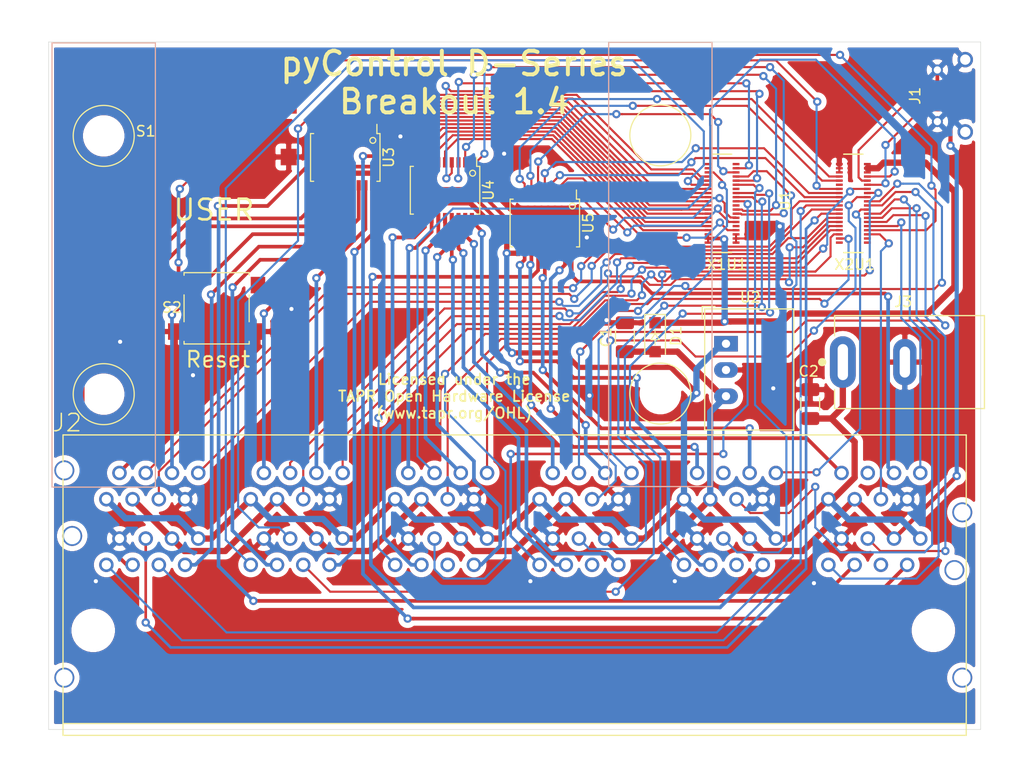
<source format=kicad_pcb>
(kicad_pcb (version 20171130) (host pcbnew "(5.1.2-1)-1")
  (title_block (date 2019-08-05) (rev 1.4))
  (layers (0 F.Cu signal) (31 B.Cu signal) (34 B.Paste user) (35 F.Paste user) (36 B.SilkS user) (37 F.SilkS user) (38 B.Mask user hide) (39 F.Mask user hide) (44 Edge.Cuts user))
  (net 0 "")
  (net 1 /VIN)
  (net 2 /GND)
  (net 3 /5VDC)
  (net 4 /12VDC)
  (net 5 /B2_DAC)
  (net 6 /B1_DAC)
  (net 7 /B2_DA)
  (net 8 /B1_DA)
  (net 9 /B2_DB)
  (net 10 /B1_DB)
  (net 11 /B6_DA)
  (net 12 /B5_DA)
  (net 13 /B4_DA)
  (net 14 /B6_DB)
  (net 15 /B5_DB)
  (net 16 /B4_DB)
  (net 17 /RST)
  (net 18 /USR)
  (net 19 /T3_PA)
  (net 20 /T2_PA)
  (net 21 /T1_PA)
  (net 22 /T1_COMA)
  (net 23 /T3_COMA)
  (net 24 /T2_COMA)
  (net 25 /T1_COMB)
  (net 26 /B1_COMA)
  (net 27 /B2_COMB)
  (net 28 /T2_COMB)
  (net 29 /B2_COMA)
  (net 30 /B1_COMB)
  (net 31 /B2_PB)
  (net 32 /T2_PB)
  (net 33 /B2_PA)
  (net 34 /B1_PB)
  (net 35 /T1_PB)
  (net 36 /B1_PA)
  (net 37 /B3_PA)
  (net 38 /T3_PB)
  (net 39 /B3_PB)
  (net 40 /B3_COMB)
  (net 41 /T3_COMB)
  (net 42 /B3_COMA)
  (net 43 /T6_PA)
  (net 44 /T5_PA)
  (net 45 /T4_PA)
  (net 46 /B4_PA)
  (net 47 /T4_PB)
  (net 48 /B4_PB)
  (net 49 /B4_COMB)
  (net 50 /B4_COMA)
  (net 51 /T4_COMA)
  (net 52 /T4_COMB)
  (net 53 /B5_PB)
  (net 54 /T5_PB)
  (net 55 /B5_PA)
  (net 56 /T6_PB)
  (net 57 /B6_PB)
  (net 58 /B6_PA)
  (net 59 /T6_COMA)
  (net 60 /T6_COMB)
  (net 61 /B6_COMB)
  (net 62 /B5_COMB)
  (net 63 /T5_COMA)
  (net 64 /B6_COMA)
  (net 65 /B5_COMA)
  (net 66 /T5_COMB)
  (net 67 /T6_DA)
  (net 68 /T5_DA)
  (net 69 /T4_DA)
  (net 70 /T3_DA)
  (net 71 /T2_DA)
  (net 72 /T1_DA)
  (net 73 /T6_DB)
  (net 74 /T5_DB)
  (net 75 /T4_DB)
  (net 76 /T3_DB)
  (net 77 /T2_DB)
  (net 78 /T1_DB)
  (net 79 /T1_DC)
  (net 80 /T2_DC)
  (net 81 /B3_DA)
  (net 82 /B3_DB)
  (net 83 /T4_DC)
  (net 84 /T3_DC)
  (net 85 "Net-(J1-PadP3)")
  (net 86 "Net-(J1-PadP2)")
  (module asl_footprints:RJ45_12Port (layer F.Cu) (at 148.844 122.682)
    (fp_text reference J2 (at -44.831 -14.732) (layer F.SilkS) (effects (font (size 1.6891 1.6891) (thickness 0.14224)) (justify left bottom)))
    (fp_text value RJ45-12PORT hide)
    (pad "" np_thru_hole circle (at 40.513 4.3816) (size 3.2 3.2) (drill 3.2) (layers *.Cu *.Mask))
    (pad "" np_thru_hole circle (at -40.767 4.3816) (size 3.2 3.2) (drill 3.2) (layers *.Cu *.Mask))
    (pad T6-5 thru_hole circle (at 34.163 -10.8584 180) (size 1.4 1.4) (drill 0.9) (layers *.Cu *.Mask))
    (pad B6-5 thru_hole circle (at 35.433 -1.9684 180) (size 1.4 1.4) (drill 0.9) (layers *.Cu *.Mask))
    (pad T5-5 thru_hole circle (at 20.193 -10.8584 180) (size 1.4 1.4) (drill 0.9) (layers *.Cu *.Mask))
    (pad B5-5 thru_hole circle (at 21.463 -1.9684 180) (size 1.4 1.4) (drill 0.9) (layers *.Cu *.Mask))
    (pad T4-5 thru_hole circle (at 6.223 -10.8584 180) (size 1.4 1.4) (drill 0.9) (layers *.Cu *.Mask) (net 83 /T4_DC))
    (pad B4-5 thru_hole circle (at 7.493 -1.9684 180) (size 1.4 1.4) (drill 0.9) (layers *.Cu *.Mask))
    (pad T3-5 thru_hole circle (at -7.747 -10.8584 180) (size 1.4 1.4) (drill 0.9) (layers *.Cu *.Mask) (net 84 /T3_DC))
    (pad B3-5 thru_hole circle (at -6.477 -1.9684 180) (size 1.4 1.4) (drill 0.9) (layers *.Cu *.Mask))
    (pad T2-5 thru_hole circle (at -21.717 -10.8584 180) (size 1.4 1.4) (drill 0.9) (layers *.Cu *.Mask) (net 80 /T2_DC))
    (pad B2-5 thru_hole circle (at -20.447 -1.9684 180) (size 1.4 1.4) (drill 0.9) (layers *.Cu *.Mask) (net 5 /B2_DAC))
    (pad T1-5 thru_hole circle (at -35.687 -10.8584 180) (size 1.4 1.4) (drill 0.9) (layers *.Cu *.Mask) (net 79 /T1_DC))
    (pad B1-5 thru_hole circle (at -34.417 -1.9684 180) (size 1.4 1.4) (drill 0.9) (layers *.Cu *.Mask) (net 6 /B1_DAC))
    (pad S6 thru_hole circle (at 43.307 8.9566) (size 1.9304 1.9304) (drill 1.6) (layers *.Cu *.Mask))
    (pad S5 thru_hole circle (at 42.545 -1.4574) (size 1.9304 1.9304) (drill 1.6) (layers *.Cu *.Mask))
    (pad S4 thru_hole circle (at 43.307 -7.0454) (size 1.9304 1.9304) (drill 1.6) (layers *.Cu *.Mask))
    (pad S1 thru_hole circle (at -43.561 -11.1094) (size 1.9304 1.9304) (drill 1.6) (layers *.Cu *.Mask))
    (pad S2 thru_hole circle (at -42.799 -4.7594) (size 1.9304 1.9304) (drill 1.6) (layers *.Cu *.Mask))
    (pad S3 thru_hole circle (at -43.561 8.9566) (size 1.9304 1.9304) (drill 1.6) (layers *.Cu *.Mask))
    (pad T6-8 thru_hole circle (at 30.353 -8.3184 180) (size 1.4 1.4) (drill 0.9) (layers *.Cu *.Mask) (net 4 /12VDC))
    (pad B6-8 thru_hole circle (at 39.243 -4.5084 180) (size 1.4 1.4) (drill 0.9) (layers *.Cu *.Mask) (net 4 /12VDC))
    (pad T5-8 thru_hole circle (at 16.383 -8.3184 180) (size 1.4 1.4) (drill 0.9) (layers *.Cu *.Mask) (net 4 /12VDC))
    (pad B5-8 thru_hole circle (at 25.273 -4.5084 180) (size 1.4 1.4) (drill 0.9) (layers *.Cu *.Mask) (net 4 /12VDC))
    (pad T4-8 thru_hole circle (at 2.413 -8.3184 180) (size 1.4 1.4) (drill 0.9) (layers *.Cu *.Mask) (net 4 /12VDC))
    (pad B4-8 thru_hole circle (at 11.303 -4.5084 180) (size 1.4 1.4) (drill 0.9) (layers *.Cu *.Mask) (net 4 /12VDC))
    (pad T3-8 thru_hole circle (at -11.557 -8.3184 180) (size 1.4 1.4) (drill 0.9) (layers *.Cu *.Mask) (net 4 /12VDC))
    (pad B3-8 thru_hole circle (at -2.667 -4.5084 180) (size 1.4 1.4) (drill 0.9) (layers *.Cu *.Mask) (net 4 /12VDC))
    (pad T2-8 thru_hole circle (at -25.527 -8.3184 180) (size 1.4 1.4) (drill 0.9) (layers *.Cu *.Mask) (net 4 /12VDC))
    (pad B2-8 thru_hole circle (at -16.637 -4.5084 180) (size 1.4 1.4) (drill 0.9) (layers *.Cu *.Mask) (net 4 /12VDC))
    (pad T1-8 thru_hole circle (at -39.497 -8.3184 180) (size 1.4 1.4) (drill 0.9) (layers *.Cu *.Mask) (net 4 /12VDC))
    (pad B1-8 thru_hole circle (at -30.607 -4.5084 180) (size 1.4 1.4) (drill 0.9) (layers *.Cu *.Mask) (net 4 /12VDC))
    (pad T6-2 thru_hole circle (at 37.973 -8.3184 180) (size 1.4 1.4) (drill 0.9) (layers *.Cu *.Mask) (net 2 /GND))
    (pad B6-2 thru_hole circle (at 31.623 -4.5084 180) (size 1.4 1.4) (drill 0.9) (layers *.Cu *.Mask) (net 2 /GND))
    (pad T5-2 thru_hole circle (at 24.003 -8.3184 180) (size 1.4 1.4) (drill 0.9) (layers *.Cu *.Mask) (net 2 /GND))
    (pad B5-2 thru_hole circle (at 17.653 -4.5084 180) (size 1.4 1.4) (drill 0.9) (layers *.Cu *.Mask) (net 2 /GND))
    (pad T4-2 thru_hole circle (at 10.033 -8.3184 180) (size 1.4 1.4) (drill 0.9) (layers *.Cu *.Mask) (net 2 /GND))
    (pad B4-2 thru_hole circle (at 3.683 -4.5084 180) (size 1.4 1.4) (drill 0.9) (layers *.Cu *.Mask) (net 2 /GND))
    (pad T3-2 thru_hole circle (at -3.937 -8.3184 180) (size 1.4 1.4) (drill 0.9) (layers *.Cu *.Mask) (net 2 /GND))
    (pad B3-2 thru_hole circle (at -10.287 -4.5084 180) (size 1.4 1.4) (drill 0.9) (layers *.Cu *.Mask) (net 2 /GND))
    (pad T2-2 thru_hole circle (at -17.907 -8.3184 180) (size 1.4 1.4) (drill 0.9) (layers *.Cu *.Mask) (net 2 /GND))
    (pad B2-2 thru_hole circle (at -24.257 -4.5084 180) (size 1.4 1.4) (drill 0.9) (layers *.Cu *.Mask) (net 2 /GND))
    (pad T1-2 thru_hole circle (at -31.877 -8.3184 180) (size 1.4 1.4) (drill 0.9) (layers *.Cu *.Mask) (net 2 /GND))
    (pad B1-2 thru_hole circle (at -38.227 -4.5084 180) (size 1.4 1.4) (drill 0.9) (layers *.Cu *.Mask) (net 2 /GND))
    (pad T6-1 thru_hole circle (at 39.243 -10.8584 180) (size 1.4 1.4) (drill 0.9) (layers *.Cu *.Mask) (net 67 /T6_DA))
    (pad B6-1 thru_hole circle (at 30.353 -1.9684 180) (size 1.4 1.4) (drill 0.9) (layers *.Cu *.Mask) (net 11 /B6_DA))
    (pad T5-1 thru_hole circle (at 25.273 -10.8584 180) (size 1.4 1.4) (drill 0.9) (layers *.Cu *.Mask) (net 68 /T5_DA))
    (pad B5-1 thru_hole circle (at 16.383 -1.9684 180) (size 1.4 1.4) (drill 0.9) (layers *.Cu *.Mask) (net 12 /B5_DA))
    (pad T4-1 thru_hole circle (at 11.303 -10.8584 180) (size 1.4 1.4) (drill 0.9) (layers *.Cu *.Mask) (net 69 /T4_DA))
    (pad B4-1 thru_hole circle (at 2.413 -1.9684 180) (size 1.4 1.4) (drill 0.9) (layers *.Cu *.Mask) (net 13 /B4_DA))
    (pad T3-1 thru_hole circle (at -2.667 -10.8584 180) (size 1.4 1.4) (drill 0.9) (layers *.Cu *.Mask) (net 70 /T3_DA))
    (pad B3-1 thru_hole circle (at -11.557 -1.9684 180) (size 1.4 1.4) (drill 0.9) (layers *.Cu *.Mask) (net 81 /B3_DA))
    (pad T2-1 thru_hole circle (at -16.637 -10.8584 180) (size 1.4 1.4) (drill 0.9) (layers *.Cu *.Mask) (net 71 /T2_DA))
    (pad B2-1 thru_hole circle (at -25.527 -1.9684 180) (size 1.4 1.4) (drill 0.9) (layers *.Cu *.Mask) (net 7 /B2_DA))
    (pad T1-1 thru_hole circle (at -30.607 -10.8584 180) (size 1.4 1.4) (drill 0.9) (layers *.Cu *.Mask) (net 72 /T1_DA))
    (pad B1-1 thru_hole circle (at -39.497 -1.9684 180) (size 1.4 1.4) (drill 0.9) (layers *.Cu *.Mask) (net 8 /B1_DA))
    (pad T6-3 thru_hole circle (at 36.703 -10.8584 180) (size 1.4 1.4) (drill 0.9) (layers *.Cu *.Mask) (net 43 /T6_PA))
    (pad B6-3 thru_hole circle (at 32.893 -1.9684 180) (size 1.4 1.4) (drill 0.9) (layers *.Cu *.Mask) (net 58 /B6_PA))
    (pad T5-3 thru_hole circle (at 22.733 -10.8584 180) (size 1.4 1.4) (drill 0.9) (layers *.Cu *.Mask) (net 44 /T5_PA))
    (pad B5-3 thru_hole circle (at 18.923 -1.9684 180) (size 1.4 1.4) (drill 0.9) (layers *.Cu *.Mask) (net 55 /B5_PA))
    (pad T4-3 thru_hole circle (at 8.763 -10.8584 180) (size 1.4 1.4) (drill 0.9) (layers *.Cu *.Mask) (net 45 /T4_PA))
    (pad B4-3 thru_hole circle (at 4.953 -1.9684 180) (size 1.4 1.4) (drill 0.9) (layers *.Cu *.Mask) (net 46 /B4_PA))
    (pad T3-3 thru_hole circle (at -5.207 -10.8584 180) (size 1.4 1.4) (drill 0.9) (layers *.Cu *.Mask) (net 19 /T3_PA))
    (pad B3-3 thru_hole circle (at -9.017 -1.9684 180) (size 1.4 1.4) (drill 0.9) (layers *.Cu *.Mask) (net 37 /B3_PA))
    (pad T2-3 thru_hole circle (at -19.177 -10.8584 180) (size 1.4 1.4) (drill 0.9) (layers *.Cu *.Mask) (net 20 /T2_PA))
    (pad B2-3 thru_hole circle (at -22.987 -1.9684 180) (size 1.4 1.4) (drill 0.9) (layers *.Cu *.Mask) (net 33 /B2_PA))
    (pad T1-3 thru_hole circle (at -33.147 -10.8584 180) (size 1.4 1.4) (drill 0.9) (layers *.Cu *.Mask) (net 21 /T1_PA))
    (pad B1-3 thru_hole circle (at -36.957 -1.9684 180) (size 1.4 1.4) (drill 0.9) (layers *.Cu *.Mask) (net 36 /B1_PA))
    (pad T6-6 thru_hole circle (at 32.893 -8.3184 180) (size 1.4 1.4) (drill 0.9) (layers *.Cu *.Mask) (net 3 /5VDC))
    (pad B6-6 thru_hole circle (at 36.703 -4.5084 180) (size 1.4 1.4) (drill 0.9) (layers *.Cu *.Mask) (net 3 /5VDC))
    (pad T5-6 thru_hole circle (at 18.923 -8.3184 180) (size 1.4 1.4) (drill 0.9) (layers *.Cu *.Mask) (net 3 /5VDC))
    (pad B5-6 thru_hole circle (at 22.733 -4.5084 180) (size 1.4 1.4) (drill 0.9) (layers *.Cu *.Mask) (net 3 /5VDC))
    (pad T4-6 thru_hole circle (at 4.953 -8.3184 180) (size 1.4 1.4) (drill 0.9) (layers *.Cu *.Mask) (net 3 /5VDC))
    (pad B4-6 thru_hole circle (at 8.763 -4.5084 180) (size 1.4 1.4) (drill 0.9) (layers *.Cu *.Mask) (net 3 /5VDC))
    (pad T3-6 thru_hole circle (at -9.017 -8.3184 180) (size 1.4 1.4) (drill 0.9) (layers *.Cu *.Mask) (net 3 /5VDC))
    (pad B3-6 thru_hole circle (at -5.207 -4.5084 180) (size 1.4 1.4) (drill 0.9) (layers *.Cu *.Mask) (net 3 /5VDC))
    (pad T2-6 thru_hole circle (at -22.987 -8.3184 180) (size 1.4 1.4) (drill 0.9) (layers *.Cu *.Mask) (net 3 /5VDC))
    (pad B2-6 thru_hole circle (at -19.177 -4.5084 180) (size 1.4 1.4) (drill 0.9) (layers *.Cu *.Mask) (net 3 /5VDC))
    (pad T1-6 thru_hole circle (at -36.957 -8.3184 180) (size 1.4 1.4) (drill 0.9) (layers *.Cu *.Mask) (net 3 /5VDC))
    (pad B1-6 thru_hole circle (at -33.147 -4.5084 180) (size 1.4 1.4) (drill 0.9) (layers *.Cu *.Mask) (net 3 /5VDC))
    (pad T6-4 thru_hole circle (at 35.433 -8.3184 180) (size 1.4 1.4) (drill 0.9) (layers *.Cu *.Mask) (net 73 /T6_DB))
    (pad B6-4 thru_hole circle (at 34.163 -4.5084 180) (size 1.4 1.4) (drill 0.9) (layers *.Cu *.Mask) (net 14 /B6_DB))
    (pad T5-4 thru_hole circle (at 21.463 -8.3184 180) (size 1.4 1.4) (drill 0.9) (layers *.Cu *.Mask) (net 74 /T5_DB))
    (pad B5-4 thru_hole circle (at 20.193 -4.5084 180) (size 1.4 1.4) (drill 0.9) (layers *.Cu *.Mask) (net 15 /B5_DB))
    (pad T4-4 thru_hole circle (at 7.493 -8.3184 180) (size 1.4 1.4) (drill 0.9) (layers *.Cu *.Mask) (net 75 /T4_DB))
    (pad B4-4 thru_hole circle (at 6.223 -4.5084 180) (size 1.4 1.4) (drill 0.9) (layers *.Cu *.Mask) (net 16 /B4_DB))
    (pad T3-4 thru_hole circle (at -6.477 -8.3184 180) (size 1.4 1.4) (drill 0.9) (layers *.Cu *.Mask) (net 76 /T3_DB))
    (pad B3-4 thru_hole circle (at -7.747 -4.5084 180) (size 1.4 1.4) (drill 0.9) (layers *.Cu *.Mask) (net 82 /B3_DB))
    (pad T2-4 thru_hole circle (at -20.447 -8.3184 180) (size 1.4 1.4) (drill 0.9) (layers *.Cu *.Mask) (net 77 /T2_DB))
    (pad B2-4 thru_hole circle (at -21.717 -4.5084 180) (size 1.4 1.4) (drill 0.9) (layers *.Cu *.Mask) (net 9 /B2_DB))
    (pad T1-4 thru_hole circle (at -34.417 -8.3184 180) (size 1.4 1.4) (drill 0.9) (layers *.Cu *.Mask) (net 78 /T1_DB))
    (pad B1-4 thru_hole circle (at -35.687 -4.5084 180) (size 1.4 1.4) (drill 0.9) (layers *.Cu *.Mask) (net 10 /B1_DB))
    (pad T6-7 thru_hole circle (at 31.623 -10.8584 180) (size 1.4 1.4) (drill 0.9) (layers *.Cu *.Mask) (net 56 /T6_PB))
    (pad B6-7 thru_hole circle (at 37.973 -1.9684 180) (size 1.4 1.4) (drill 0.9) (layers *.Cu *.Mask) (net 57 /B6_PB))
    (pad T5-7 thru_hole circle (at 17.653 -10.8584 180) (size 1.4 1.4) (drill 0.9) (layers *.Cu *.Mask) (net 54 /T5_PB))
    (pad B5-7 thru_hole circle (at 24.003 -1.9684 180) (size 1.4 1.4) (drill 0.9) (layers *.Cu *.Mask) (net 53 /B5_PB))
    (pad T4-7 thru_hole circle (at 3.683 -10.8584 180) (size 1.4 1.4) (drill 0.9) (layers *.Cu *.Mask) (net 47 /T4_PB))
    (pad B4-7 thru_hole circle (at 10.033 -1.9684 180) (size 1.4 1.4) (drill 0.9) (layers *.Cu *.Mask) (net 48 /B4_PB))
    (pad T3-7 thru_hole circle (at -10.287 -10.8584 180) (size 1.4 1.4) (drill 0.9) (layers *.Cu *.Mask) (net 38 /T3_PB))
    (pad B3-7 thru_hole circle (at -3.937 -1.9684 180) (size 1.4 1.4) (drill 0.9) (layers *.Cu *.Mask) (net 39 /B3_PB))
    (pad T2-7 thru_hole circle (at -24.257 -10.8584 180) (size 1.4 1.4) (drill 0.9) (layers *.Cu *.Mask) (net 32 /T2_PB))
    (pad B2-7 thru_hole circle (at -17.907 -1.9684 180) (size 1.4 1.4) (drill 0.9) (layers *.Cu *.Mask) (net 31 /B2_PB))
    (pad T1-7 thru_hole circle (at -38.227 -10.8584 180) (size 1.4 1.4) (drill 0.9) (layers *.Cu *.Mask) (net 35 /T1_PB))
    (pad B1-7 thru_hole circle (at -31.877 -1.9684 180) (size 1.4 1.4) (drill 0.9) (layers *.Cu *.Mask) (net 34 /B1_PB))
  )
  (module asl_footprints:Hirose_40_pin (layer F.Cu) (at 168.91 85.725)
    (fp_text reference X1U1 (at 0.46 5.92) (layer F.SilkS))
    (fp_text value Hirose_40_pin_connector)
  )
  (module asl_footprints:12mm_tactile_smd (layer F.Cu) (at 120.015 78.74)
    (fp_text reference S1 (at -6.858 0) (layer F.SilkS))
    (fp_text value TL3300)
    (pad 1 smd rect (at 6.975 2.5) (size 1.55 1.6) (layers F.Cu F.Paste F.Mask) (net 2 /GND))
    (pad 2 smd rect (at -6.975 2.5) (size 1.55 1.6) (layers F.Cu F.Paste F.Mask) (net 2 /GND))
    (pad 3 smd rect (at 6.975 -2.5) (size 1.55 1.6) (layers F.Cu F.Paste F.Mask) (net 18 /USR))
    (pad 4 smd rect (at -6.975 -2.5) (size 1.55 1.6) (layers F.Cu F.Paste F.Mask))
  )
  (module asl_footprints:Hirose_40_pin (layer F.Cu) (at 181.61 85.725)
    (fp_text reference X2U1 (at 0.127 5.92) (layer F.SilkS))
    (fp_text value Hirose_40_pin_connector)
  )
  (module asl_footprints:microUSB_horizontal_socket (layer F.Cu) (at 191.168 75.311 90)
    (fp_text reference J1 (at 0 -3.589 90) (layer F.SilkS))
    (fp_text value USB_micro_horz_socket_reinforced)
    (pad P4 smd rect (at 0.65 -1.43 180) (size 1.35 0.4) (layers F.Cu F.Paste F.Mask))
    (pad P3 smd rect (at 0 -1.43 180) (size 1.35 0.4) (layers F.Cu F.Paste F.Mask) (net 85 "Net-(J1-PadP3)"))
    (pad P5 smd rect (at 1.3 -1.43 180) (size 1.35 0.4) (layers F.Cu F.Paste F.Mask) (net 2 /GND))
    (pad G1 thru_hole circle (at -3.4996 1.27 90) (size 1.5 1.5) (drill 1) (layers *.Cu *.Mask) (net 2 /GND))
    (pad G2 thru_hole circle (at 3.4996 1.27 90) (size 1.5 1.5) (drill 1) (layers *.Cu *.Mask) (net 2 /GND))
    (pad G3 thru_hole circle (at 2.5 -1.43 90) (size 1.0556 1.0556) (drill 0.7) (layers *.Cu *.Mask) (net 2 /GND))
    (pad P2 smd rect (at -0.65 -1.43 180) (size 1.35 0.4) (layers F.Cu F.Paste F.Mask) (net 86 "Net-(J1-PadP2)"))
    (pad P1 smd rect (at -1.3 -1.43 180) (size 1.35 0.4) (layers F.Cu F.Paste F.Mask) (net 3 /5VDC))
    (pad G4 thru_hole circle (at -2.5 -1.43 90) (size 1.0556 1.0556) (drill 0.7) (layers *.Cu *.Mask) (net 2 /GND))
  )
  (module asl_footprints:PyBoard_D-Series (layer F.Cu) (at 175.26 85.725)
    (fp_text reference U1 (at -0.254 -0.254 90) (layer F.SilkS))
    (fp_text value PyBoard-D-Series)
    (pad 13 smd rect (at -4.995 -1.4 90) (size 0.23 0.66) (layers F.Cu F.Paste F.Mask))
    (pad 12 smd rect (at -7.705 -1.8 270) (size 0.23 0.66) (layers F.Cu F.Paste F.Mask) (net 7 /B2_DA))
    (pad 11 smd rect (at -4.995 -1.8 90) (size 0.23 0.66) (layers F.Cu F.Paste F.Mask) (net 15 /B5_DB))
    (pad 10 smd rect (at -7.705 -2.2 270) (size 0.23 0.66) (layers F.Cu F.Paste F.Mask) (net 26 /B1_COMA))
    (pad 40 smd rect (at -7.705 3.8 270) (size 0.23 0.66) (layers F.Cu F.Paste F.Mask) (net 1 /VIN))
    (pad 39 smd rect (at -4.995 3.8 90) (size 0.23 0.66) (layers F.Cu F.Paste F.Mask) (net 2 /GND))
    (pad 38 smd rect (at -7.705 3.4 270) (size 0.23 0.66) (layers F.Cu F.Paste F.Mask) (net 1 /VIN))
    (pad 37 smd rect (at -4.995 3.4 90) (size 0.23 0.66) (layers F.Cu F.Paste F.Mask) (net 2 /GND))
    (pad 36 smd rect (at -7.705 3 270) (size 0.23 0.66) (layers F.Cu F.Paste F.Mask) (net 1 /VIN))
    (pad 35 smd rect (at -4.995 3 90) (size 0.23 0.66) (layers F.Cu F.Paste F.Mask) (net 2 /GND))
    (pad 34 smd rect (at -7.705 2.6 270) (size 0.23 0.66) (layers F.Cu F.Paste F.Mask) (net 40 /B3_COMB))
    (pad 33 smd rect (at -4.995 2.6 90) (size 0.23 0.66) (layers F.Cu F.Paste F.Mask) (net 61 /B6_COMB))
    (pad 32 smd rect (at -7.705 2.2 270) (size 0.23 0.66) (layers F.Cu F.Paste F.Mask) (net 23 /T3_COMA))
    (pad 31 smd rect (at -4.995 2.2 90) (size 0.23 0.66) (layers F.Cu F.Paste F.Mask))
    (pad 30 smd rect (at -7.705 1.8 270) (size 0.23 0.66) (layers F.Cu F.Paste F.Mask) (net 41 /T3_COMB))
    (pad 29 smd rect (at -4.995 1.8 90) (size 0.23 0.66) (layers F.Cu F.Paste F.Mask) (net 60 /T6_COMB))
    (pad 28 smd rect (at -7.705 1.4 270) (size 0.23 0.66) (layers F.Cu F.Paste F.Mask) (net 42 /B3_COMA))
    (pad 27 smd rect (at -4.995 1.4 90) (size 0.23 0.66) (layers F.Cu F.Paste F.Mask) (net 59 /T6_COMA))
    (pad 26 smd rect (at -7.705 1 270) (size 0.23 0.66) (layers F.Cu F.Paste F.Mask) (net 27 /B2_COMB))
    (pad 25 smd rect (at -4.995 1 90) (size 0.23 0.66) (layers F.Cu F.Paste F.Mask) (net 51 /T4_COMA))
    (pad 24 smd rect (at -7.705 0.6 270) (size 0.23 0.66) (layers F.Cu F.Paste F.Mask) (net 24 /T2_COMA))
    (pad 23 smd rect (at -4.995 0.6 90) (size 0.23 0.66) (layers F.Cu F.Paste F.Mask) (net 52 /T4_COMB))
    (pad 22 smd rect (at -7.705 0.2 270) (size 0.23 0.66) (layers F.Cu F.Paste F.Mask) (net 28 /T2_COMB))
    (pad 21 smd rect (at -4.995 0.2 90) (size 0.23 0.66) (layers F.Cu F.Paste F.Mask))
    (pad 20 smd rect (at -7.705 -0.2 270) (size 0.23 0.66) (layers F.Cu F.Paste F.Mask) (net 29 /B2_COMA))
    (pad 19 smd rect (at -4.995 -0.2 90) (size 0.23 0.66) (layers F.Cu F.Paste F.Mask) (net 13 /B4_DA))
    (pad 18 smd rect (at -7.705 -0.6 270) (size 0.23 0.66) (layers F.Cu F.Paste F.Mask) (net 30 /B1_COMB))
    (pad 17 smd rect (at -4.995 -0.6 90) (size 0.23 0.66) (layers F.Cu F.Paste F.Mask) (net 16 /B4_DB))
    (pad 16 smd rect (at -7.705 -1 270) (size 0.23 0.66) (layers F.Cu F.Paste F.Mask) (net 22 /T1_COMA))
    (pad 15 smd rect (at -4.995 -1 90) (size 0.23 0.66) (layers F.Cu F.Paste F.Mask) (net 12 /B5_DA))
    (pad 14 smd rect (at -7.705 -1.4 270) (size 0.23 0.66) (layers F.Cu F.Paste F.Mask) (net 25 /T1_COMB))
    (pad 9 smd rect (at -4.995 -2.2 90) (size 0.23 0.66) (layers F.Cu F.Paste F.Mask) (net 50 /B4_COMA))
    (pad 8 smd rect (at -7.705 -2.6 270) (size 0.23 0.66) (layers F.Cu F.Paste F.Mask) (net 9 /B2_DB))
    (pad 7 smd rect (at -4.995 -2.6 90) (size 0.23 0.66) (layers F.Cu F.Paste F.Mask) (net 6 /B1_DAC))
    (pad 6 smd rect (at -7.705 -3 270) (size 0.23 0.66) (layers F.Cu F.Paste F.Mask) (net 5 /B2_DAC))
    (pad 5 smd rect (at -4.995 -3 90) (size 0.23 0.66) (layers F.Cu F.Paste F.Mask) (net 62 /B5_COMB))
    (pad 4 smd rect (at -7.705 -3.4 270) (size 0.23 0.66) (layers F.Cu F.Paste F.Mask))
    (pad 3 smd rect (at -4.995 -3.4 90) (size 0.23 0.66) (layers F.Cu F.Paste F.Mask) (net 49 /B4_COMB))
    (pad 2 smd rect (at -7.705 -3.8 270) (size 0.23 0.66) (layers F.Cu F.Paste F.Mask))
    (pad 1 smd rect (at -4.995 -3.8 90) (size 0.23 0.66) (layers F.Cu F.Paste F.Mask))
    (pad 80 smd rect (at 7.705 -3.8 90) (size 0.23 0.66) (layers F.Cu F.Paste F.Mask) (net 1 /VIN))
    (pad 53 smd rect (at 4.995 1.4 270) (size 0.23 0.66) (layers F.Cu F.Paste F.Mask) (net 72 /T1_DA))
    (pad 52 smd rect (at 7.705 1.8 90) (size 0.23 0.66) (layers F.Cu F.Paste F.Mask) (net 14 /B6_DB))
    (pad 51 smd rect (at 4.995 1.8 270) (size 0.23 0.66) (layers F.Cu F.Paste F.Mask) (net 80 /T2_DC))
    (pad 50 smd rect (at 7.705 2.2 90) (size 0.23 0.66) (layers F.Cu F.Paste F.Mask) (net 67 /T6_DA))
    (pad 49 smd rect (at 4.995 2.2 270) (size 0.23 0.66) (layers F.Cu F.Paste F.Mask) (net 77 /T2_DB))
    (pad 48 smd rect (at 7.705 2.6 90) (size 0.23 0.66) (layers F.Cu F.Paste F.Mask) (net 17 /RST))
    (pad 47 smd rect (at 4.995 2.6 270) (size 0.23 0.66) (layers F.Cu F.Paste F.Mask) (net 71 /T2_DA))
    (pad 46 smd rect (at 7.705 3 90) (size 0.23 0.66) (layers F.Cu F.Paste F.Mask) (net 73 /T6_DB))
    (pad 45 smd rect (at 4.995 3 270) (size 0.23 0.66) (layers F.Cu F.Paste F.Mask) (net 70 /T3_DA))
    (pad 44 smd rect (at 7.705 3.4 90) (size 0.23 0.66) (layers F.Cu F.Paste F.Mask))
    (pad 43 smd rect (at 4.995 3.4 270) (size 0.23 0.66) (layers F.Cu F.Paste F.Mask) (net 76 /T3_DB))
    (pad 42 smd rect (at 7.705 3.8 90) (size 0.23 0.66) (layers F.Cu F.Paste F.Mask))
    (pad 41 smd rect (at 4.995 3.8 270) (size 0.23 0.66) (layers F.Cu F.Paste F.Mask))
    (pad 69 smd rect (at 4.995 -1.8 270) (size 0.23 0.66) (layers F.Cu F.Paste F.Mask))
    (pad 68 smd rect (at 7.705 -1.4 90) (size 0.23 0.66) (layers F.Cu F.Paste F.Mask) (net 81 /B3_DA))
    (pad 72 smd rect (at 7.705 -2.2 90) (size 0.23 0.66) (layers F.Cu F.Paste F.Mask) (net 85 "Net-(J1-PadP3)"))
    (pad 67 smd rect (at 4.995 -1.4 270) (size 0.23 0.66) (layers F.Cu F.Paste F.Mask) (net 18 /USR))
    (pad 66 smd rect (at 7.705 -1 90) (size 0.23 0.66) (layers F.Cu F.Paste F.Mask) (net 82 /B3_DB))
    (pad 65 smd rect (at 4.995 -1 270) (size 0.23 0.66) (layers F.Cu F.Paste F.Mask) (net 63 /T5_COMA))
    (pad 64 smd rect (at 7.705 -0.6 90) (size 0.23 0.66) (layers F.Cu F.Paste F.Mask) (net 69 /T4_DA))
    (pad 63 smd rect (at 4.995 -0.6 270) (size 0.23 0.66) (layers F.Cu F.Paste F.Mask) (net 64 /B6_COMA))
    (pad 62 smd rect (at 7.705 -0.2 90) (size 0.23 0.66) (layers F.Cu F.Paste F.Mask) (net 75 /T4_DB))
    (pad 61 smd rect (at 4.995 -0.2 270) (size 0.23 0.66) (layers F.Cu F.Paste F.Mask) (net 79 /T1_DC))
    (pad 60 smd rect (at 7.705 0.2 90) (size 0.23 0.66) (layers F.Cu F.Paste F.Mask) (net 83 /T4_DC))
    (pad 59 smd rect (at 4.995 0.2 270) (size 0.23 0.66) (layers F.Cu F.Paste F.Mask) (net 8 /B1_DA))
    (pad 58 smd rect (at 7.705 0.6 90) (size 0.23 0.66) (layers F.Cu F.Paste F.Mask) (net 68 /T5_DA))
    (pad 57 smd rect (at 4.995 0.6 270) (size 0.23 0.66) (layers F.Cu F.Paste F.Mask) (net 78 /T1_DB))
    (pad 56 smd rect (at 7.705 1 90) (size 0.23 0.66) (layers F.Cu F.Paste F.Mask) (net 74 /T5_DB))
    (pad 55 smd rect (at 4.995 1 270) (size 0.23 0.66) (layers F.Cu F.Paste F.Mask) (net 10 /B1_DB))
    (pad 54 smd rect (at 7.705 1.4 90) (size 0.23 0.66) (layers F.Cu F.Paste F.Mask) (net 11 /B6_DA))
    (pad 79 smd rect (at 4.995 -3.8 270) (size 0.23 0.66) (layers F.Cu F.Paste F.Mask) (net 2 /GND))
    (pad 78 smd rect (at 7.705 -3.4 90) (size 0.23 0.66) (layers F.Cu F.Paste F.Mask) (net 1 /VIN))
    (pad 77 smd rect (at 4.995 -3.4 270) (size 0.23 0.66) (layers F.Cu F.Paste F.Mask) (net 2 /GND))
    (pad 76 smd rect (at 7.705 -3 90) (size 0.23 0.66) (layers F.Cu F.Paste F.Mask) (net 1 /VIN))
    (pad 75 smd rect (at 4.995 -3 270) (size 0.23 0.66) (layers F.Cu F.Paste F.Mask) (net 2 /GND))
    (pad 74 smd rect (at 7.705 -2.6 90) (size 0.23 0.66) (layers F.Cu F.Paste F.Mask) (net 84 /T3_DC))
    (pad 73 smd rect (at 4.995 -2.6 270) (size 0.23 0.66) (layers F.Cu F.Paste F.Mask) (net 65 /B5_COMA))
    (pad 71 smd rect (at 4.995 -2.2 270) (size 0.23 0.66) (layers F.Cu F.Paste F.Mask) (net 66 /T5_COMB))
    (pad 70 smd rect (at 7.705 -1.8 90) (size 0.23 0.66) (layers F.Cu F.Paste F.Mask) (net 86 "Net-(J1-PadP2)"))
  )
  (module asl_footprints:Converter_DCDC_RECOM_R-78E-0.5_THT (layer F.Cu) (at 169.291 99.314 270)
    (fp_text reference U2 (at -4.483 -2.342129 180) (layer F.SilkS))
    (fp_text value R-78E5.0-1.0)
    (pad 3 thru_hole oval (at 5.08 0 270) (size 1.5 2.3) (drill 0.8) (layers *.Cu *.Mask) (net 3 /5VDC))
    (pad 2 thru_hole oval (at 2.54 0 270) (size 1.5 2.3) (drill 0.8) (layers *.Cu *.Mask) (net 2 /GND))
    (pad 1 thru_hole rect (at 0 0 270) (size 1.5 2.3) (drill 0.8) (layers *.Cu *.Mask) (net 4 /12VDC))
  )
  (module asl_footprints:SSOP-18_4.4x6.5mm_P0.65mm (layer F.Cu) (at 151.765 87.63 270)
    (fp_text reference U5 (at 0 -4.2 90) (layer F.SilkS))
    (fp_text value TBD62083APG)
    (pad 1 smd rect (at -2.7 -2.6 270) (size 1 0.4) (layers F.Cu F.Paste F.Mask) (net 59 /T6_COMA))
    (pad 2 smd rect (at -2.7 -1.95 270) (size 1 0.4) (layers F.Cu F.Paste F.Mask) (net 60 /T6_COMB))
    (pad 3 smd rect (at -2.7 -1.3 270) (size 1 0.4) (layers F.Cu F.Paste F.Mask) (net 61 /B6_COMB))
    (pad 4 smd rect (at -2.7 -0.65 270) (size 1 0.4) (layers F.Cu F.Paste F.Mask) (net 64 /B6_COMA))
    (pad 5 smd rect (at -2.7 0 270) (size 1 0.4) (layers F.Cu F.Paste F.Mask) (net 63 /T5_COMA))
    (pad 6 smd rect (at -2.7 0.65 270) (size 1 0.4) (layers F.Cu F.Paste F.Mask) (net 62 /B5_COMB))
    (pad 7 smd rect (at -2.7 1.3 270) (size 1 0.4) (layers F.Cu F.Paste F.Mask) (net 66 /T5_COMB))
    (pad 8 smd rect (at -2.7 1.95 270) (size 1 0.4) (layers F.Cu F.Paste F.Mask) (net 65 /B5_COMA))
    (pad 9 smd rect (at -2.7 2.6 270) (size 1 0.4) (layers F.Cu F.Paste F.Mask) (net 2 /GND))
    (pad 18 smd rect (at 2.7 -2.6 270) (size 1 0.4) (layers F.Cu F.Paste F.Mask) (net 43 /T6_PA))
    (pad 17 smd rect (at 2.7 -1.95 270) (size 1 0.4) (layers F.Cu F.Paste F.Mask) (net 56 /T6_PB))
    (pad 16 smd rect (at 2.7 -1.3 270) (size 1 0.4) (layers F.Cu F.Paste F.Mask) (net 57 /B6_PB))
    (pad 15 smd rect (at 2.7 -0.65 270) (size 1 0.4) (layers F.Cu F.Paste F.Mask) (net 58 /B6_PA))
    (pad 14 smd rect (at 2.7 0 270) (size 1 0.4) (layers F.Cu F.Paste F.Mask) (net 44 /T5_PA))
    (pad 13 smd rect (at 2.7 0.65 270) (size 1 0.4) (layers F.Cu F.Paste F.Mask) (net 53 /B5_PB))
    (pad 12 smd rect (at 2.7 1.3 270) (size 1 0.4) (layers F.Cu F.Paste F.Mask) (net 54 /T5_PB))
    (pad 11 smd rect (at 2.7 1.95 270) (size 1 0.4) (layers F.Cu F.Paste F.Mask) (net 55 /B5_PA))
    (pad 10 smd rect (at 2.7 2.6 270) (size 1 0.4) (layers F.Cu F.Paste F.Mask) (net 4 /12VDC))
  )
  (module asl_footprints:SSOP-18_4.4x6.5mm_P0.65mm (layer F.Cu) (at 142.113 84.455 270)
    (fp_text reference U4 (at 0 -4.2 90) (layer F.SilkS))
    (fp_text value TBD62083APG)
    (pad 1 smd rect (at -2.7 -2.6 270) (size 1 0.4) (layers F.Cu F.Paste F.Mask) (net 51 /T4_COMA))
    (pad 2 smd rect (at -2.7 -1.95 270) (size 1 0.4) (layers F.Cu F.Paste F.Mask) (net 52 /T4_COMB))
    (pad 3 smd rect (at -2.7 -1.3 270) (size 1 0.4) (layers F.Cu F.Paste F.Mask) (net 49 /B4_COMB))
    (pad 4 smd rect (at -2.7 -0.65 270) (size 1 0.4) (layers F.Cu F.Paste F.Mask) (net 50 /B4_COMA))
    (pad 5 smd rect (at -2.7 0 270) (size 1 0.4) (layers F.Cu F.Paste F.Mask) (net 40 /B3_COMB))
    (pad 6 smd rect (at -2.7 0.65 270) (size 1 0.4) (layers F.Cu F.Paste F.Mask) (net 23 /T3_COMA))
    (pad 7 smd rect (at -2.7 1.3 270) (size 1 0.4) (layers F.Cu F.Paste F.Mask) (net 41 /T3_COMB))
    (pad 8 smd rect (at -2.7 1.95 270) (size 1 0.4) (layers F.Cu F.Paste F.Mask) (net 42 /B3_COMA))
    (pad 9 smd rect (at -2.7 2.6 270) (size 1 0.4) (layers F.Cu F.Paste F.Mask) (net 2 /GND))
    (pad 18 smd rect (at 2.7 -2.6 270) (size 1 0.4) (layers F.Cu F.Paste F.Mask) (net 45 /T4_PA))
    (pad 17 smd rect (at 2.7 -1.95 270) (size 1 0.4) (layers F.Cu F.Paste F.Mask) (net 47 /T4_PB))
    (pad 16 smd rect (at 2.7 -1.3 270) (size 1 0.4) (layers F.Cu F.Paste F.Mask) (net 48 /B4_PB))
    (pad 15 smd rect (at 2.7 -0.65 270) (size 1 0.4) (layers F.Cu F.Paste F.Mask) (net 46 /B4_PA))
    (pad 14 smd rect (at 2.7 0 270) (size 1 0.4) (layers F.Cu F.Paste F.Mask) (net 39 /B3_PB))
    (pad 13 smd rect (at 2.7 0.65 270) (size 1 0.4) (layers F.Cu F.Paste F.Mask) (net 19 /T3_PA))
    (pad 12 smd rect (at 2.7 1.3 270) (size 1 0.4) (layers F.Cu F.Paste F.Mask) (net 38 /T3_PB))
    (pad 11 smd rect (at 2.7 1.95 270) (size 1 0.4) (layers F.Cu F.Paste F.Mask) (net 37 /B3_PA))
    (pad 10 smd rect (at 2.7 2.6 270) (size 1 0.4) (layers F.Cu F.Paste F.Mask) (net 4 /12VDC))
  )
  (module asl_footprints:SSOP-18_4.4x6.5mm_P0.65mm (layer F.Cu) (at 132.461 81.28 270)
    (fp_text reference U3 (at 0 -4.2 90) (layer F.SilkS))
    (fp_text value TBD62083APG)
    (pad 1 smd rect (at -2.7 -2.6 270) (size 1 0.4) (layers F.Cu F.Paste F.Mask) (net 27 /B2_COMB))
    (pad 2 smd rect (at -2.7 -1.95 270) (size 1 0.4) (layers F.Cu F.Paste F.Mask) (net 24 /T2_COMA))
    (pad 3 smd rect (at -2.7 -1.3 270) (size 1 0.4) (layers F.Cu F.Paste F.Mask) (net 28 /T2_COMB))
    (pad 4 smd rect (at -2.7 -0.65 270) (size 1 0.4) (layers F.Cu F.Paste F.Mask) (net 29 /B2_COMA))
    (pad 5 smd rect (at -2.7 0 270) (size 1 0.4) (layers F.Cu F.Paste F.Mask) (net 30 /B1_COMB))
    (pad 6 smd rect (at -2.7 0.65 270) (size 1 0.4) (layers F.Cu F.Paste F.Mask) (net 22 /T1_COMA))
    (pad 7 smd rect (at -2.7 1.3 270) (size 1 0.4) (layers F.Cu F.Paste F.Mask) (net 25 /T1_COMB))
    (pad 8 smd rect (at -2.7 1.95 270) (size 1 0.4) (layers F.Cu F.Paste F.Mask) (net 26 /B1_COMA))
    (pad 9 smd rect (at -2.7 2.6 270) (size 1 0.4) (layers F.Cu F.Paste F.Mask) (net 2 /GND))
    (pad 18 smd rect (at 2.7 -2.6 270) (size 1 0.4) (layers F.Cu F.Paste F.Mask) (net 31 /B2_PB))
    (pad 17 smd rect (at 2.7 -1.95 270) (size 1 0.4) (layers F.Cu F.Paste F.Mask) (net 20 /T2_PA))
    (pad 16 smd rect (at 2.7 -1.3 270) (size 1 0.4) (layers F.Cu F.Paste F.Mask) (net 32 /T2_PB))
    (pad 15 smd rect (at 2.7 -0.65 270) (size 1 0.4) (layers F.Cu F.Paste F.Mask) (net 33 /B2_PA))
    (pad 14 smd rect (at 2.7 0 270) (size 1 0.4) (layers F.Cu F.Paste F.Mask) (net 34 /B1_PB))
    (pad 13 smd rect (at 2.7 0.65 270) (size 1 0.4) (layers F.Cu F.Paste F.Mask) (net 21 /T1_PA))
    (pad 12 smd rect (at 2.7 1.3 270) (size 1 0.4) (layers F.Cu F.Paste F.Mask) (net 35 /T1_PB))
    (pad 11 smd rect (at 2.7 1.95 270) (size 1 0.4) (layers F.Cu F.Paste F.Mask) (net 36 /B1_PA))
    (pad 10 smd rect (at 2.7 2.6 270) (size 1 0.4) (layers F.Cu F.Paste F.Mask) (net 4 /12VDC))
  )
  (module asl_footprints:6mm_tactile_smd (layer F.Cu) (at 120.015 95.885)
    (fp_text reference S2 (at -4.326 -0.079) (layer F.SilkS))
    (fp_text value B3FS-1010P)
    (pad 1 smd rect (at 4 2.25) (size 1.4 1.6) (layers F.Cu F.Paste F.Mask) (net 2 /GND))
    (pad 2 smd rect (at -4 2.25) (size 1.4 1.6) (layers F.Cu F.Paste F.Mask) (net 2 /GND))
    (pad 3 smd rect (at 4 -2.25) (size 1.4 1.6) (layers F.Cu F.Paste F.Mask))
    (pad 4 smd rect (at -4 -2.25) (size 1.4 1.6) (layers F.Cu F.Paste F.Mask) (net 17 /RST))
  )
  (module asl_footprints:DC_Jack (layer F.Cu) (at 180.594 101.092)
    (fp_text reference J3 (at 5.842 -5.842 180) (layer F.SilkS))
    (fp_text value Barrel_Jack hide)
    (pad 1 thru_hole oval (at 0 0 90) (size 5 2.5) (drill oval 3.5 1) (layers *.Cu *.Mask) (net 4 /12VDC))
    (pad 2 thru_hole oval (at 6 0 90) (size 4.5 2.25) (drill oval 3 1) (layers *.Cu *.Mask) (net 2 /GND))
  )
  (module asl_footprints:DIN_Clip (layer F.Cu) (at 162.941 91.64)
    (fp_text reference DRA2 hide)
    (fp_text value DIN_Rail_Adapter hide)
    (pad "" np_thru_hole circle (at 0 12.5) (size 3 3) (drill 3) (layers *.Cu *.Mask))
    (pad "" np_thru_hole circle (at 0 -12.5) (size 3 3) (drill 3) (layers *.Cu *.Mask))
  )
  (module asl_footprints:DIN_Clip (layer F.Cu) (at 109.093 91.694)
    (fp_text reference DRA1 hide)
    (fp_text value DIN_Rail_Adapter hide)
    (pad "" np_thru_hole circle (at 0 12.5) (size 3 3) (drill 3) (layers *.Cu *.Mask))
    (pad "" np_thru_hole circle (at 0 -12.5) (size 3 3) (drill 3) (layers *.Cu *.Mask))
  )
  (module asl_footprints:D_SOD-123F (layer F.Cu) (at 162.433 98.682 270)
    (fp_text reference D1 (at -0.13 -2.032 270) (layer F.SilkS))
    (fp_text value Diode)
    (pad 2 smd rect (at 1.4 0 270) (size 1.1 1.1) (layers F.Cu F.Paste F.Mask) (net 3 /5VDC))
    (pad 1 smd rect (at -1.4 0 270) (size 1.1 1.1) (layers F.Cu F.Paste F.Mask) (net 1 /VIN))
  )
  (module Capacitor_SMD:C_1206_3216Metric (layer F.Cu) (at 177.439 105.153 90)
    (fp_text reference C2 (at 3.172 -0.147 180) (layer F.SilkS))
    (fp_text value 10µF)
    (pad 2 smd roundrect (at 1.4 0 90) (size 1.25 1.75) (layers F.Cu F.Paste F.Mask) (roundrect_rratio 0.2) (net 2 /GND))
    (pad 1 smd roundrect (at -1.4 0 90) (size 1.25 1.75) (layers F.Cu F.Paste F.Mask) (roundrect_rratio 0.2) (net 4 /12VDC))
  )
  (module Capacitor_SMD:C_1206_3216Metric (layer F.Cu) (at 159.512 98.682 90)
    (fp_text reference C1 (at 0 -1.82 90) (layer F.SilkS))
    (fp_text value 10µF)
    (pad 2 smd roundrect (at 1.4 0 90) (size 1.25 1.75) (layers F.Cu F.Paste F.Mask) (roundrect_rratio 0.2) (net 2 /GND))
    (pad 1 smd roundrect (at -1.4 0 90) (size 1.25 1.75) (layers F.Cu F.Paste F.Mask) (roundrect_rratio 0.2) (net 3 /5VDC))
  )
  (gr_text "Licensed under the\nTAPR Open Hardware License\n(www.tapr.org/OHL)" (at 143.002 104.394) (layer F.SilkS) (effects (font (size 1.016 1.016) (thickness 0.1778))))
  (gr_text "pyControl D-Series\nBreakout 1.4" (at 143.002 74.041) (layer F.SilkS) (effects (font (size 2.286 2.286) (thickness 0.381))))
  (gr_text Reset (at 120.142 100.838) (layer F.SilkS) (effects (font (size 1.524 1.524) (thickness 0.2032))))
  (gr_text USER (at 119.761 86.36) (layer F.SilkS) (effects (font (size 2 2) (thickness 0.254))))
  (gr_line (start 103.759 70.104) (end 103.759 136.652) (layer Edge.Cuts) (width 0.05))
  (gr_line (start 193.929 70.104) (end 103.759 70.104) (layer Edge.Cuts) (width 0.05))
  (gr_line (start 193.929 136.652) (end 193.929 70.104) (layer Edge.Cuts) (width 0.05))
  (gr_line (start 103.759 136.652) (end 193.929 136.652) (layer Edge.Cuts) (width 0.05))
  (segment (start 162.433 97.282) (end 169.036994 97.282) (width 0.6096) (layer F.Cu) (net 1))
  (segment (start 169.036994 97.282) (end 169.163994 97.155) (width 0.6096) (layer F.Cu) (net 1))
  (via (at 169.163994 97.155) (size 0.8) (drill 0.4) (layers F.Cu B.Cu) (net 1))
  (via (at 150.368 122.301) (size 0.8) (drill 0.4) (layers F.Cu B.Cu) (net 2))
  (via (at 108.331 122.301) (size 0.8) (drill 0.4) (layers F.Cu B.Cu) (net 2))
  (via (at 164.338 122.301) (size 0.8) (drill 0.4) (layers F.Cu B.Cu) (net 2))
  (segment (start 186.594 101.092) (end 186.594 102.217) (width 0.6096) (layer F.Cu) (net 2))
  (via (at 149.189002 103.502) (size 0.8) (drill 0.4) (layers F.Cu B.Cu) (net 2))
  (via (at 173.863 103.632) (size 0.8) (drill 0.4) (layers F.Cu B.Cu) (net 2))
  (via (at 157.734 97.028) (size 0.8) (drill 0.4) (layers F.Cu B.Cu) (net 2))
  (segment (start 189.738 74.011) (end 189.738 72.811) (width 0.3556) (layer F.Cu) (net 2))
  (segment (start 112.586999 115.063599) (end 115.697 118.1736) (width 0.6096) (layer F.Cu) (net 3))
  (segment (start 111.887 114.3636) (end 112.586999 115.063599) (width 0.6096) (layer F.Cu) (net 3))
  (segment (start 125.857 114.3636) (end 129.667 118.1736) (width 0.6096) (layer F.Cu) (net 3))
  (segment (start 139.827 114.3636) (end 143.637 118.1736) (width 0.6096) (layer F.Cu) (net 3))
  (segment (start 153.097001 115.063599) (end 153.797 114.3636) (width 0.6096) (layer F.Cu) (net 3))
  (segment (start 153.797 114.3636) (end 157.607 118.1736) (width 0.6096) (layer F.Cu) (net 3))
  (segment (start 167.767 114.3636) (end 171.577 118.1736) (width 0.6096) (layer F.Cu) (net 3))
  (segment (start 182.436999 115.063599) (end 185.547 118.1736) (width 0.6096) (layer F.Cu) (net 3))
  (segment (start 181.737 114.3636) (end 182.436999 115.063599) (width 0.6096) (layer F.Cu) (net 3))
  (segment (start 143.637 118.1736) (end 144.8434 119.38) (width 0.6096) (layer F.Cu) (net 3))
  (segment (start 148.7806 119.38) (end 153.797 114.3636) (width 0.6096) (layer F.Cu) (net 3))
  (segment (start 144.8434 119.38) (end 148.7806 119.38) (width 0.6096) (layer F.Cu) (net 3))
  (segment (start 157.607 118.1736) (end 158.8134 119.38) (width 0.6096) (layer F.Cu) (net 3))
  (segment (start 162.7506 119.38) (end 167.767 114.3636) (width 0.6096) (layer F.Cu) (net 3))
  (segment (start 158.8134 119.38) (end 162.7506 119.38) (width 0.6096) (layer F.Cu) (net 3))
  (segment (start 171.577 118.1736) (end 172.7834 119.38) (width 0.6096) (layer F.Cu) (net 3))
  (segment (start 176.7206 119.38) (end 181.737 114.3636) (width 0.6096) (layer F.Cu) (net 3))
  (segment (start 172.7834 119.38) (end 176.7206 119.38) (width 0.6096) (layer F.Cu) (net 3))
  (segment (start 129.667 118.1736) (end 130.8734 119.38) (width 0.6096) (layer F.Cu) (net 3))
  (segment (start 134.8106 119.38) (end 139.827 114.3636) (width 0.6096) (layer F.Cu) (net 3))
  (segment (start 130.8734 119.38) (end 134.8106 119.38) (width 0.6096) (layer F.Cu) (net 3))
  (segment (start 115.697 118.1736) (end 116.9034 119.38) (width 0.6096) (layer F.Cu) (net 3))
  (segment (start 120.8406 119.38) (end 125.857 114.3636) (width 0.6096) (layer F.Cu) (net 3))
  (segment (start 116.9034 119.38) (end 120.8406 119.38) (width 0.6096) (layer F.Cu) (net 3))
  (segment (start 185.547 118.1736) (end 191.6113 112.1093) (width 0.4064) (layer F.Cu) (net 3))
  (via (at 191.6113 112.1093) (size 0.8) (drill 0.4) (layers F.Cu B.Cu) (net 3))
  (segment (start 167.767 105.918) (end 169.291 104.394) (width 0.6096) (layer B.Cu) (net 3))
  (segment (start 167.767 114.3636) (end 167.767 105.918) (width 0.6096) (layer B.Cu) (net 3))
  (segment (start 137.287 114.3636) (end 139.2554 116.332) (width 0.6096) (layer B.Cu) (net 4))
  (segment (start 144.3354 116.332) (end 146.177 118.1736) (width 0.6096) (layer B.Cu) (net 4))
  (segment (start 139.2554 116.332) (end 144.3354 116.332) (width 0.6096) (layer B.Cu) (net 4))
  (segment (start 165.227 114.3636) (end 167.1954 116.332) (width 0.6096) (layer B.Cu) (net 4))
  (segment (start 172.2754 116.332) (end 174.117 118.1736) (width 0.6096) (layer B.Cu) (net 4))
  (segment (start 167.1954 116.332) (end 172.2754 116.332) (width 0.6096) (layer B.Cu) (net 4))
  (segment (start 179.197 114.3636) (end 181.1654 116.332) (width 0.6096) (layer B.Cu) (net 4))
  (segment (start 186.2454 116.332) (end 188.087 118.1736) (width 0.6096) (layer B.Cu) (net 4))
  (segment (start 181.1654 116.332) (end 186.2454 116.332) (width 0.6096) (layer B.Cu) (net 4))
  (segment (start 147.447 118.1736) (end 151.257 114.3636) (width 0.6096) (layer F.Cu) (net 4))
  (segment (start 146.177 118.1736) (end 147.447 118.1736) (width 0.6096) (layer F.Cu) (net 4))
  (segment (start 175.387 118.1736) (end 179.197 114.3636) (width 0.6096) (layer F.Cu) (net 4))
  (segment (start 174.117 118.1736) (end 175.387 118.1736) (width 0.6096) (layer F.Cu) (net 4))
  (segment (start 161.417 118.1736) (end 165.227 114.3636) (width 0.6096) (layer F.Cu) (net 4))
  (segment (start 160.147 118.1736) (end 161.417 118.1736) (width 0.6096) (layer F.Cu) (net 4))
  (segment (start 133.477 118.1736) (end 137.287 114.3636) (width 0.6096) (layer F.Cu) (net 4))
  (segment (start 132.207 118.1736) (end 133.477 118.1736) (width 0.6096) (layer F.Cu) (net 4))
  (segment (start 119.507 118.1736) (end 123.317 114.3636) (width 0.6096) (layer F.Cu) (net 4))
  (segment (start 118.237 118.1736) (end 119.507 118.1736) (width 0.6096) (layer F.Cu) (net 4))
  (segment (start 125.234589 116.281189) (end 130.314589 116.281189) (width 0.6096) (layer B.Cu) (net 4))
  (segment (start 131.507001 117.473601) (end 132.207 118.1736) (width 0.6096) (layer B.Cu) (net 4))
  (segment (start 130.314589 116.281189) (end 131.507001 117.473601) (width 0.6096) (layer B.Cu) (net 4))
  (segment (start 123.317 114.3636) (end 125.234589 116.281189) (width 0.6096) (layer B.Cu) (net 4))
  (segment (start 139.513 86.855) (end 139.513 87.155) (width 0.3556) (layer F.Cu) (net 4))
  (segment (start 139.513 86.2994) (end 139.513 87.155) (width 0.3556) (layer F.Cu) (net 4))
  (segment (start 148.944 90.551) (end 149.165 90.33) (width 0.3556) (layer F.Cu) (net 4))
  (segment (start 148.082 90.551) (end 148.944 90.551) (width 0.508) (layer F.Cu) (net 4))
  (segment (start 177.673 106.68) (end 177.546 106.553) (width 0.6096) (layer F.Cu) (net 4))
  (segment (start 110.046999 115.063599) (end 109.347 114.3636) (width 0.6096) (layer B.Cu) (net 4))
  (segment (start 116.2684 116.205) (end 111.1884 116.205) (width 0.6096) (layer B.Cu) (net 4))
  (segment (start 111.1884 116.205) (end 110.046999 115.063599) (width 0.6096) (layer B.Cu) (net 4))
  (segment (start 118.237 118.1736) (end 116.2684 116.205) (width 0.6096) (layer B.Cu) (net 4))
  (segment (start 177.546 106.553) (end 179.4814 106.553) (width 0.6096) (layer F.Cu) (net 4))
  (via (at 148.082 90.551) (size 0.8) (drill 0.4) (layers F.Cu B.Cu) (net 4))
  (segment (start 180.594 105.4404) (end 180.594 101.092) (width 0.6096) (layer F.Cu) (net 4))
  (segment (start 179.4814 106.553) (end 180.594 105.4404) (width 0.6096) (layer F.Cu) (net 4))
  (segment (start 181.737 108.8086) (end 179.4814 106.553) (width 0.6096) (layer F.Cu) (net 4))
  (segment (start 181.737 112.266258) (end 181.737 108.8086) (width 0.6096) (layer F.Cu) (net 4))
  (segment (start 179.639658 114.3636) (end 181.737 112.266258) (width 0.6096) (layer F.Cu) (net 4))
  (segment (start 179.197 114.3636) (end 179.639658 114.3636) (width 0.6096) (layer F.Cu) (net 4))
  (segment (start 140.138189 85.674211) (end 144.526573 85.674211) (width 0.508) (layer F.Cu) (net 4))
  (segment (start 148.082 89.985315) (end 148.082 90.551) (width 0.508) (layer F.Cu) (net 4))
  (segment (start 148.082 89.229638) (end 148.082 89.985315) (width 0.508) (layer F.Cu) (net 4))
  (segment (start 130.029 82.804) (end 129.861 82.972) (width 0.508) (layer F.Cu) (net 4))
  (segment (start 144.526573 85.674211) (end 148.082 89.229638) (width 0.508) (layer F.Cu) (net 4))
  (segment (start 139.513 86.2994) (end 139.404638 86.2994) (width 0.508) (layer F.Cu) (net 4))
  (segment (start 139.513 86.2994) (end 140.138189 85.674211) (width 0.508) (layer F.Cu) (net 4))
  (segment (start 139.404638 86.2994) (end 135.909238 82.804) (width 0.508) (layer F.Cu) (net 4))
  (segment (start 135.909238 82.804) (end 130.029 82.804) (width 0.508) (layer F.Cu) (net 4))
  (segment (start 129.861 82.972) (end 129.861 83.98) (width 0.508) (layer F.Cu) (net 4))
  (via (at 148.590008 100.203) (size 0.8) (drill 0.4) (layers F.Cu B.Cu) (net 4))
  (segment (start 148.082 90.551) (end 148.082 99.694992) (width 0.508) (layer B.Cu) (net 4))
  (segment (start 148.190009 99.803001) (end 148.590008 100.203) (width 0.508) (layer B.Cu) (net 4))
  (segment (start 148.082 99.694992) (end 148.190009 99.803001) (width 0.508) (layer B.Cu) (net 4))
  (segment (start 169.291 99.314) (end 168.959779 99.314) (width 0.6096) (layer B.Cu) (net 4))
  (via (at 165.1 96.393012) (size 0.8) (drill 0.4) (layers F.Cu B.Cu) (net 12))
  (segment (start 162.941 110.363) (end 160.000994 107.422994) (width 0.2032) (layer B.Cu) (net 12))
  (segment (start 160.000994 107.422994) (end 160.000994 101.492018) (width 0.2032) (layer B.Cu) (net 12))
  (segment (start 160.000994 101.492018) (end 164.700001 96.793011) (width 0.2032) (layer B.Cu) (net 12))
  (segment (start 164.700001 96.793011) (end 165.1 96.393012) (width 0.2032) (layer B.Cu) (net 12))
  (segment (start 162.941 118.4276) (end 162.941 110.363) (width 0.2032) (layer B.Cu) (net 12))
  (segment (start 165.227 120.7136) (end 162.941 118.4276) (width 0.2032) (layer B.Cu) (net 12))
  (via (at 169.037 109.982) (size 0.8) (drill 0.4) (layers F.Cu B.Cu) (net 13))
  (via (at 148.463 109.982) (size 0.8) (drill 0.4) (layers F.Cu B.Cu) (net 13))
  (segment (start 148.463 117.9196) (end 151.257 120.7136) (width 0.254) (layer B.Cu) (net 13))
  (segment (start 148.463 109.982) (end 148.463 117.9196) (width 0.254) (layer B.Cu) (net 13))
  (segment (start 169.037 109.982) (end 148.500998 109.982) (width 0.254) (layer F.Cu) (net 13))
  (via (at 190.512623 119.38) (size 0.8) (drill 0.4) (layers F.Cu B.Cu) (net 14))
  (segment (start 183.007 118.1736) (end 184.2134 119.38) (width 0.2032) (layer F.Cu) (net 14))
  (segment (start 184.2134 119.38) (end 189.946938 119.38) (width 0.2032) (layer F.Cu) (net 14))
  (segment (start 189.946938 119.38) (end 190.512623 119.38) (width 0.2032) (layer F.Cu) (net 14))
  (via (at 163.322 95.631002) (size 0.8) (drill 0.4) (layers F.Cu B.Cu) (net 16))
  (via (at 116.332 91.44) (size 0.8) (drill 0.4) (layers F.Cu B.Cu) (net 17))
  (segment (start 116.332 93.318) (end 116.015 93.635) (width 0.3556) (layer F.Cu) (net 17))
  (segment (start 116.332 91.44) (end 116.332 93.318) (width 0.3556) (layer F.Cu) (net 17))
  (segment (start 141.463 87.155) (end 141.463 89.061006) (width 0.3556) (layer F.Cu) (net 19))
  (via (at 140.22701 90.296996) (size 0.8) (drill 0.4) (layers F.Cu B.Cu) (net 19))
  (segment (start 140.627009 89.896997) (end 140.22701 90.296996) (width 0.3556) (layer F.Cu) (net 19))
  (segment (start 141.463 89.061006) (end 140.627009 89.896997) (width 0.3556) (layer F.Cu) (net 19))
  (segment (start 134.411 83.98) (end 134.411 88.22) (width 0.3556) (layer F.Cu) (net 20))
  (via (at 129.666998 92.964002) (size 0.8) (drill 0.4) (layers F.Cu B.Cu) (net 20))
  (segment (start 134.411 88.22) (end 129.666998 92.964002) (width 0.3556) (layer F.Cu) (net 20))
  (segment (start 129.667 111.8236) (end 129.667 92.964004) (width 0.3556) (layer B.Cu) (net 20))
  (segment (start 129.667 92.964004) (end 129.666998 92.964002) (width 0.3556) (layer B.Cu) (net 20))
  (via (at 133.349994 90.424) (size 0.8) (drill 0.4) (layers F.Cu B.Cu) (net 31))
  (segment (start 135.061 83.98) (end 135.061 88.712994) (width 0.3556) (layer F.Cu) (net 31))
  (segment (start 135.061 88.712994) (end 133.749993 90.024001) (width 0.3556) (layer F.Cu) (net 31))
  (segment (start 133.749993 90.024001) (end 133.349994 90.424) (width 0.3556) (layer F.Cu) (net 31))
  (via (at 138.684 90.043006) (size 0.8) (drill 0.4) (layers F.Cu B.Cu) (net 38))
  (segment (start 138.557 111.8236) (end 138.557 90.170006) (width 0.3556) (layer B.Cu) (net 38))
  (segment (start 138.557 90.170006) (end 138.684 90.043006) (width 0.3556) (layer B.Cu) (net 38))
  (segment (start 140.813 88.479691) (end 139.249685 90.043006) (width 0.3556) (layer F.Cu) (net 38))
  (segment (start 140.813 87.155) (end 140.813 88.479691) (width 0.3556) (layer F.Cu) (net 38))
  (segment (start 139.249685 90.043006) (end 138.684 90.043006) (width 0.3556) (layer F.Cu) (net 38))
  (segment (start 141.750999 90.532001) (end 141.351 90.932) (width 0.3556) (layer F.Cu) (net 39))
  (segment (start 142.113 87.155) (end 142.113 90.17) (width 0.3556) (layer F.Cu) (net 39))
  (segment (start 142.113 90.17) (end 141.750999 90.532001) (width 0.3556) (layer F.Cu) (net 39))
  (via (at 141.351 90.932) (size 0.8) (drill 0.4) (layers F.Cu B.Cu) (net 39))
  (segment (start 144.713 87.455) (end 145.669 88.411) (width 0.3556) (layer F.Cu) (net 45))
  (segment (start 144.713 87.155) (end 144.713 87.455) (width 0.3556) (layer F.Cu) (net 45))
  (segment (start 145.669 88.411) (end 145.669 88.646) (width 0.3556) (layer F.Cu) (net 45))
  (via (at 145.669 88.646) (size 0.8) (drill 0.4) (layers F.Cu B.Cu) (net 45))
  (via (at 147.447 102.108) (size 0.8) (drill 0.4) (layers F.Cu B.Cu) (net 45))
  (segment (start 142.763 87.155) (end 142.763 91.074) (width 0.3556) (layer F.Cu) (net 46))
  (segment (start 142.763 91.074) (end 142.875 91.186) (width 0.3556) (layer F.Cu) (net 46))
  (via (at 142.875 91.186) (size 0.8) (drill 0.4) (layers F.Cu B.Cu) (net 46))
  (via (at 144.907 89.662002) (size 0.8) (drill 0.4) (layers F.Cu B.Cu) (net 47))
  (segment (start 144.063 88.818002) (end 144.907 89.662002) (width 0.3556) (layer F.Cu) (net 47))
  (segment (start 144.063 87.155) (end 144.063 88.818002) (width 0.3556) (layer F.Cu) (net 47))
  (segment (start 143.491001 90.151001) (end 143.891 90.551) (width 0.3556) (layer F.Cu) (net 48))
  (segment (start 143.413 90.073) (end 143.491001 90.151001) (width 0.3556) (layer F.Cu) (net 48))
  (segment (start 143.413 87.155) (end 143.413 90.073) (width 0.3556) (layer F.Cu) (net 48))
  (via (at 143.891 90.551) (size 0.8) (drill 0.4) (layers F.Cu B.Cu) (net 48))
  (segment (start 143.413 81.755) (end 143.413 83.282) (width 0.2032) (layer F.Cu) (net 49))
  (segment (start 143.413 83.282) (end 143.383 83.312) (width 0.2032) (layer F.Cu) (net 49))
  (via (at 143.383 83.312) (size 0.8) (drill 0.4) (layers F.Cu B.Cu) (net 49))
  (via (at 142.24 83.312) (size 0.8) (drill 0.4) (layers F.Cu B.Cu) (net 50))
  (segment (start 142.763 82.789) (end 142.24 83.312) (width 0.2032) (layer F.Cu) (net 50))
  (segment (start 142.763 81.755) (end 142.763 82.789) (width 0.2032) (layer F.Cu) (net 50))
  (via (at 145.923 80.91801) (size 0.8) (drill 0.4) (layers F.Cu B.Cu) (net 51))
  (segment (start 145.923 80.9482) (end 145.923 80.91801) (width 0.2032) (layer F.Cu) (net 51))
  (segment (start 144.713 81.755) (end 145.1162 81.755) (width 0.2032) (layer F.Cu) (net 51))
  (segment (start 145.1162 81.755) (end 145.923 80.9482) (width 0.2032) (layer F.Cu) (net 51))
  (via (at 174.13601 85.890878) (size 0.8) (drill 0.4) (layers F.Cu B.Cu) (net 52))
  (via (at 144.145 80.264) (size 0.8) (drill 0.4) (layers F.Cu B.Cu) (net 52))
  (segment (start 144.063 80.346) (end 144.145 80.264) (width 0.2032) (layer F.Cu) (net 52))
  (segment (start 144.063 81.755) (end 144.063 80.346) (width 0.2032) (layer F.Cu) (net 52))
  (via (at 135.09621 92.837) (size 0.8) (drill 0.4) (layers F.Cu B.Cu) (net 53))
  (via (at 150.364874 91.680452) (size 0.8) (drill 0.4) (layers F.Cu B.Cu) (net 54))
  (segment (start 150.465 90.33) (end 150.465 91.580326) (width 0.3556) (layer F.Cu) (net 54))
  (segment (start 150.465 91.580326) (end 150.364874 91.680452) (width 0.3556) (layer F.Cu) (net 54))
  (via (at 166.243 109.30259) (size 0.8) (drill 0.4) (layers F.Cu B.Cu) (net 54))
  (segment (start 166.497 111.8236) (end 166.497 109.55659) (width 0.3556) (layer B.Cu) (net 54))
  (segment (start 166.497 109.55659) (end 166.243 109.30259) (width 0.3556) (layer B.Cu) (net 54))
  (via (at 150.439 105.251986) (size 0.8) (drill 0.4) (layers F.Cu B.Cu) (net 54))
  (segment (start 150.364874 91.680452) (end 150.364874 105.17786) (width 0.3556) (layer B.Cu) (net 54))
  (segment (start 154.489604 109.30259) (end 150.439 105.251986) (width 0.3556) (layer F.Cu) (net 54))
  (segment (start 166.243 109.30259) (end 154.489604 109.30259) (width 0.3556) (layer F.Cu) (net 54))
  (via (at 149.35201 91.700368) (size 0.8) (drill 0.4) (layers F.Cu B.Cu) (net 55))
  (segment (start 149.35201 91.64859) (end 149.815 91.1856) (width 0.3556) (layer F.Cu) (net 55))
  (segment (start 149.815 91.1856) (end 149.815 90.33) (width 0.3556) (layer F.Cu) (net 55))
  (segment (start 149.35201 91.700368) (end 149.35201 91.64859) (width 0.3556) (layer F.Cu) (net 55))
  (segment (start 149.35201 91.700368) (end 149.35201 100.875) (width 0.3556) (layer B.Cu) (net 55))
  (via (at 149.35201 101.00941) (size 0.8) (drill 0.4) (layers F.Cu B.Cu) (net 55))
  (segment (start 163.703 117.639549) (end 163.703 109.855) (width 0.3556) (layer B.Cu) (net 55))
  (via (at 160.655004 102.616) (size 0.8) (drill 0.4) (layers F.Cu B.Cu) (net 55))
  (segment (start 167.767 120.7136) (end 166.777051 120.7136) (width 0.3556) (layer B.Cu) (net 55))
  (segment (start 166.777051 120.7136) (end 163.703 117.639549) (width 0.3556) (layer B.Cu) (net 55))
  (segment (start 163.703 109.855) (end 160.655004 106.807004) (width 0.3556) (layer B.Cu) (net 55))
  (segment (start 149.35201 101.00941) (end 152.94641 101.00941) (width 0.3556) (layer F.Cu) (net 55))
  (segment (start 160.655004 106.807004) (end 160.655004 103.181685) (width 0.3556) (layer B.Cu) (net 55))
  (segment (start 154.553 102.616) (end 160.089319 102.616) (width 0.3556) (layer F.Cu) (net 55))
  (segment (start 160.089319 102.616) (end 160.655004 102.616) (width 0.3556) (layer F.Cu) (net 55))
  (segment (start 160.655004 103.181685) (end 160.655004 102.616) (width 0.3556) (layer B.Cu) (net 55))
  (segment (start 152.94641 101.00941) (end 154.553 102.616) (width 0.3556) (layer F.Cu) (net 55))
  (via (at 153.186303 92.208379) (size 0.8) (drill 0.4) (layers F.Cu B.Cu) (net 56))
  (via (at 168.656 85.217) (size 0.8) (drill 0.4) (layers F.Cu B.Cu) (net 59))
  (via (at 158.369 88.265) (size 0.8) (drill 0.4) (layers F.Cu B.Cu) (net 59))
  (via (at 159.748045 88.536955) (size 0.8) (drill 0.4) (layers F.Cu B.Cu) (net 60))
  (segment (start 153.715 84.2268) (end 154.1218 83.82) (width 0.2032) (layer F.Cu) (net 60))
  (segment (start 154.1218 83.82) (end 155.03109 83.82) (width 0.2032) (layer F.Cu) (net 60))
  (segment (start 155.03109 83.82) (end 159.348046 88.136956) (width 0.2032) (layer F.Cu) (net 60))
  (segment (start 153.715 84.93) (end 153.715 84.2268) (width 0.2032) (layer F.Cu) (net 60))
  (segment (start 159.348046 88.136956) (end 159.748045 88.536955) (width 0.2032) (layer F.Cu) (net 60))
  (segment (start 151.110999 84.222799) (end 151.110999 82.264696) (width 0.2032) (layer F.Cu) (net 62))
  (segment (start 151.110999 82.264696) (end 151.13 82.245695) (width 0.2032) (layer F.Cu) (net 62))
  (segment (start 151.115 84.93) (end 151.115 84.2268) (width 0.2032) (layer F.Cu) (net 62))
  (segment (start 151.115 84.2268) (end 151.110999 84.222799) (width 0.2032) (layer F.Cu) (net 62))
  (via (at 151.13 81.68001) (size 0.8) (drill 0.4) (layers F.Cu B.Cu) (net 62))
  (segment (start 151.13 82.245695) (end 151.13 81.68001) (width 0.2032) (layer F.Cu) (net 62))
  (via (at 151.765 82.804) (size 0.8) (drill 0.4) (layers F.Cu B.Cu) (net 63))
  (segment (start 151.765 84.93) (end 151.765 82.804) (width 0.2032) (layer F.Cu) (net 63))
  (via (at 149.337022 83.357853) (size 0.8) (drill 0.4) (layers F.Cu B.Cu) (net 65))
  (segment (start 149.815 83.835831) (end 149.737021 83.757852) (width 0.2032) (layer F.Cu) (net 65))
  (segment (start 149.737021 83.757852) (end 149.337022 83.357853) (width 0.2032) (layer F.Cu) (net 65))
  (segment (start 149.815 84.93) (end 149.815 83.835831) (width 0.2032) (layer F.Cu) (net 65))
  (segment (start 150.465 83.155) (end 150.368002 83.058002) (width 0.2032) (layer F.Cu) (net 66))
  (via (at 150.368002 83.058002) (size 0.8) (drill 0.4) (layers F.Cu B.Cu) (net 66))
  (segment (start 150.465 84.93) (end 150.465 83.155) (width 0.2032) (layer F.Cu) (net 66))
  (via (at 178.054 111.76) (size 0.8) (drill 0.4) (layers F.Cu B.Cu) (net 68))
  (segment (start 174.1806 111.76) (end 174.117 111.8236) (width 0.2032) (layer F.Cu) (net 68))
  (segment (start 178.054 111.76) (end 174.1806 111.76) (width 0.2032) (layer F.Cu) (net 68))
  (via (at 160.782 96.139) (size 0.8) (drill 0.4) (layers F.Cu B.Cu) (net 70))
  (segment (start 160.216315 96.139) (end 160.782 96.139) (width 0.2032) (layer F.Cu) (net 70))
  (segment (start 154.432 99.314) (end 157.607 96.139) (width 0.2032) (layer F.Cu) (net 70))
  (segment (start 157.607 96.139) (end 160.216315 96.139) (width 0.2032) (layer F.Cu) (net 70))
  (segment (start 146.177 111.8236) (end 146.177 101.219) (width 0.2032) (layer F.Cu) (net 70))
  (segment (start 148.082 99.314) (end 154.432 99.314) (width 0.2032) (layer F.Cu) (net 70))
  (segment (start 146.177 101.219) (end 148.082 99.314) (width 0.2032) (layer F.Cu) (net 70))
  (via (at 159.106218 94.011768) (size 0.8) (drill 0.4) (layers F.Cu B.Cu) (net 71))
  (segment (start 134.8106 95.25) (end 152.596319 95.25) (width 0.2032) (layer F.Cu) (net 72))
  (segment (start 155.048001 95.649999) (end 153.562003 95.649999) (width 0.2032) (layer B.Cu) (net 72))
  (segment (start 152.596319 95.25) (end 153.162004 95.25) (width 0.2032) (layer F.Cu) (net 72))
  (segment (start 153.562003 95.649999) (end 153.162004 95.25) (width 0.2032) (layer B.Cu) (net 72))
  (segment (start 118.237 111.8236) (end 134.8106 95.25) (width 0.2032) (layer F.Cu) (net 72))
  (segment (start 157.218218 91.955782) (end 157.218218 93.479782) (width 0.2032) (layer B.Cu) (net 72))
  (segment (start 157.734 91.44) (end 157.218218 91.955782) (width 0.2032) (layer B.Cu) (net 72))
  (segment (start 157.218218 93.479782) (end 155.048001 95.649999) (width 0.2032) (layer B.Cu) (net 72))
  (via (at 153.162004 95.25) (size 0.8) (drill 0.4) (layers F.Cu B.Cu) (net 72))
  (via (at 157.734 91.44) (size 0.8) (drill 0.4) (layers F.Cu B.Cu) (net 72))
  (via (at 177.927 113.157) (size 0.8) (drill 0.4) (layers F.Cu B.Cu) (net 74))
  (segment (start 175.387 115.697) (end 177.927 113.157) (width 0.2032) (layer F.Cu) (net 74))
  (segment (start 171.6404 115.697) (end 175.387 115.697) (width 0.2032) (layer F.Cu) (net 74))
  (segment (start 170.307 114.3636) (end 171.6404 115.697) (width 0.2032) (layer F.Cu) (net 74))
  (via (at 165.354 93.719621) (size 0.8) (drill 0.4) (layers F.Cu B.Cu) (net 75))
  (via (at 158.75 91.44) (size 0.8) (drill 0.4) (layers F.Cu B.Cu) (net 77))
  (segment (start 158.75 93.400062) (end 155.118473 97.031589) (width 0.2032) (layer B.Cu) (net 77))
  (segment (start 153.577408 97.031589) (end 153.177409 96.63159) (width 0.2032) (layer B.Cu) (net 77))
  (segment (start 158.75 91.44) (end 158.75 93.400062) (width 0.2032) (layer B.Cu) (net 77))
  (segment (start 155.118473 97.031589) (end 153.577408 97.031589) (width 0.2032) (layer B.Cu) (net 77))
  (via (at 153.177409 96.63159) (size 0.8) (drill 0.4) (layers F.Cu B.Cu) (net 77))
  (segment (start 167.555 89.525) (end 167.555 88.725) (width 0.2032) (layer F.Cu) (net 1))
  (segment (start 169.036047 89.125) (end 169.109484 89.198437) (width 0.3556) (layer F.Cu) (net 1))
  (via (at 169.109484 89.198437) (size 0.8) (drill 0.4) (layers F.Cu B.Cu) (net 1))
  (segment (start 167.555 89.125) (end 169.036047 89.125) (width 0.3556) (layer F.Cu) (net 1))
  (segment (start 169.163994 97.155) (end 169.163994 89.252947) (width 0.6096) (layer B.Cu) (net 1))
  (segment (start 169.163994 89.252947) (end 169.109484 89.198437) (width 0.6096) (layer B.Cu) (net 1))
  (segment (start 182.965 82.725) (end 182.965 81.925) (width 0.2032) (layer F.Cu) (net 1))
  (segment (start 174.752 97.155) (end 169.729679 97.155) (width 0.6096) (layer F.Cu) (net 1))
  (segment (start 175.514 96.393) (end 174.752 97.155) (width 0.6096) (layer F.Cu) (net 1))
  (segment (start 188.7855 96.393) (end 175.514 96.393) (width 0.6096) (layer F.Cu) (net 1))
  (segment (start 191.389 93.7895) (end 188.7855 96.393) (width 0.6096) (layer F.Cu) (net 1))
  (segment (start 182.965 82.325) (end 183.994 82.325) (width 0.6096) (layer F.Cu) (net 1))
  (segment (start 188.595 81.788) (end 191.389 84.582) (width 0.6096) (layer F.Cu) (net 1))
  (segment (start 169.729679 97.155) (end 169.163994 97.155) (width 0.6096) (layer F.Cu) (net 1))
  (segment (start 184.531 81.788) (end 188.595 81.788) (width 0.6096) (layer F.Cu) (net 1))
  (segment (start 191.389 84.582) (end 191.389 93.7895) (width 0.6096) (layer F.Cu) (net 1))
  (segment (start 183.994 82.325) (end 184.531 81.788) (width 0.6096) (layer F.Cu) (net 1))
  (segment (start 170.265 89.525) (end 170.265 88.725) (width 0.2032) (layer F.Cu) (net 2))
  (segment (start 173.971001 88.410999) (end 174.371 88.011) (width 0.2032) (layer F.Cu) (net 2))
  (segment (start 173.257 89.125) (end 173.971001 88.410999) (width 0.2032) (layer F.Cu) (net 2))
  (segment (start 170.265 89.125) (end 173.257 89.125) (width 0.2032) (layer F.Cu) (net 2))
  (via (at 174.498 87.9475) (size 0.8) (drill 0.4) (layers F.Cu B.Cu) (net 2))
  (segment (start 180.255 82.725) (end 180.255 81.925) (width 0.2032) (layer F.Cu) (net 2))
  (via (at 177.8 122.4915) (size 0.8) (drill 0.4) (layers F.Cu B.Cu) (net 2))
  (via (at 156.083 104.3305) (size 0.8) (drill 0.4) (layers F.Cu B.Cu) (net 2))
  (via (at 110.6805 99.1235) (size 0.8) (drill 0.4) (layers F.Cu B.Cu) (net 2))
  (via (at 127.254 95.9485) (size 0.8) (drill 0.4) (layers F.Cu B.Cu) (net 2))
  (via (at 117.729 102.362) (size 0.8) (drill 0.4) (layers F.Cu B.Cu) (net 2))
  (via (at 155.829 89.027) (size 0.8) (drill 0.4) (layers F.Cu B.Cu) (net 2))
  (via (at 137.795 79.248) (size 0.8) (drill 0.4) (layers F.Cu B.Cu) (net 2))
  (via (at 147.828 80.91801) (size 0.8) (drill 0.4) (layers F.Cu B.Cu) (net 2))
  (segment (start 191.008 77.406) (end 191.008 79.571315) (width 0.4064) (layer F.Cu) (net 3))
  (segment (start 190.213 76.611) (end 191.008 77.406) (width 0.4064) (layer F.Cu) (net 3))
  (segment (start 191.008 79.571315) (end 191.008 80.137) (width 0.4064) (layer F.Cu) (net 3))
  (segment (start 189.738 76.611) (end 190.213 76.611) (width 0.4064) (layer F.Cu) (net 3))
  (via (at 191.008 80.137) (size 0.8) (drill 0.4) (layers F.Cu B.Cu) (net 3))
  (segment (start 168.91 104.394) (end 169.291 104.394) (width 0.6096) (layer F.Cu) (net 3))
  (segment (start 164.598 100.082) (end 168.91 104.394) (width 0.6096) (layer F.Cu) (net 3))
  (segment (start 159.512 100.082) (end 164.598 100.082) (width 0.6096) (layer F.Cu) (net 3))
  (segment (start 191.407999 80.536999) (end 191.008 80.137) (width 0.4064) (layer B.Cu) (net 3))
  (segment (start 191.6113 80.7403) (end 191.407999 80.536999) (width 0.4064) (layer B.Cu) (net 3))
  (segment (start 191.6113 112.1093) (end 191.6113 80.7403) (width 0.4064) (layer B.Cu) (net 3))
  (segment (start 166.033501 103.676501) (end 166.4335 104.0765) (width 0.508) (layer F.Cu) (net 4))
  (segment (start 165.227 105.283) (end 166.033501 104.476499) (width 0.6096) (layer B.Cu) (net 4))
  (segment (start 163.957 101.6) (end 166.033501 103.676501) (width 0.508) (layer F.Cu) (net 4))
  (segment (start 165.227 114.3636) (end 165.227 105.283) (width 0.6096) (layer B.Cu) (net 4))
  (segment (start 148.590008 100.203) (end 153.64 100.203) (width 0.508) (layer F.Cu) (net 4))
  (segment (start 169.291 99.314) (end 168.891 99.314) (width 0.6096) (layer B.Cu) (net 4))
  (segment (start 166.4335 103.510815) (end 166.4335 104.0765) (width 0.6096) (layer B.Cu) (net 4))
  (segment (start 166.033501 104.476499) (end 166.4335 104.0765) (width 0.6096) (layer B.Cu) (net 4))
  (segment (start 153.64 100.203) (end 155.037 101.6) (width 0.508) (layer F.Cu) (net 4))
  (segment (start 168.891 99.314) (end 166.4335 101.7715) (width 0.6096) (layer B.Cu) (net 4))
  (segment (start 166.4335 101.7715) (end 166.4335 103.510815) (width 0.6096) (layer B.Cu) (net 4))
  (segment (start 155.037 101.6) (end 163.957 101.6) (width 0.508) (layer F.Cu) (net 4))
  (via (at 166.4335 104.0765) (size 0.8) (drill 0.4) (layers F.Cu B.Cu) (net 4))
  (segment (start 160.147 118.1735) (end 160.147 118.1736) (width 0.6096) (layer B.Cu) (net 4))
  (segment (start 158.3055 116.332) (end 160.147 118.1735) (width 0.6096) (layer B.Cu) (net 4))
  (segment (start 153.2255 116.332) (end 158.3055 116.332) (width 0.6096) (layer B.Cu) (net 4))
  (segment (start 151.2571 114.3636) (end 153.2255 116.332) (width 0.6096) (layer B.Cu) (net 4))
  (segment (start 151.257 114.3636) (end 151.2571 114.3636) (width 0.6096) (layer B.Cu) (net 4))
  (via (at 168.91 83.947) (size 0.8) (drill 0.4) (layers F.Cu B.Cu) (net 5))
  (segment (start 167.555 82.725) (end 168.0882 82.725) (width 0.2032) (layer F.Cu) (net 5))
  (segment (start 168.91 83.5468) (end 168.91 83.947) (width 0.2032) (layer F.Cu) (net 5))
  (segment (start 168.0882 82.725) (end 168.91 83.5468) (width 0.2032) (layer F.Cu) (net 5))
  (segment (start 169.373499 87.283397) (end 169.373499 84.410499) (width 0.2032) (layer B.Cu) (net 5))
  (segment (start 167.91506 89.402362) (end 169.389841 87.927581) (width 0.2032) (layer B.Cu) (net 5))
  (segment (start 167.91506 92.202) (end 167.91506 89.402362) (width 0.2032) (layer B.Cu) (net 5))
  (segment (start 169.309999 84.346999) (end 168.91 83.947) (width 0.2032) (layer B.Cu) (net 5))
  (segment (start 169.389841 87.927581) (end 169.389841 87.299739) (width 0.2032) (layer B.Cu) (net 5))
  (segment (start 169.373499 84.410499) (end 169.309999 84.346999) (width 0.2032) (layer B.Cu) (net 5))
  (segment (start 169.389841 87.299739) (end 169.373499 87.283397) (width 0.2032) (layer B.Cu) (net 5))
  (via (at 158.623 123.317) (size 0.8) (drill 0.4) (layers F.Cu B.Cu) (net 5))
  (segment (start 128.397 120.7136) (end 131.0004 123.317) (width 0.2032) (layer F.Cu) (net 5))
  (segment (start 131.0004 123.317) (end 158.057315 123.317) (width 0.2032) (layer F.Cu) (net 5))
  (segment (start 158.057315 123.317) (end 158.623 123.317) (width 0.2032) (layer F.Cu) (net 5))
  (segment (start 159.022999 122.917001) (end 158.623 123.317) (width 0.2032) (layer B.Cu) (net 5))
  (segment (start 162.306 119.634) (end 159.022999 122.917001) (width 0.2032) (layer B.Cu) (net 5))
  (segment (start 159.512 108.077) (end 162.306 110.871) (width 0.2032) (layer B.Cu) (net 5))
  (segment (start 159.512 100.584) (end 159.512 108.077) (width 0.2032) (layer B.Cu) (net 5))
  (segment (start 162.306 110.871) (end 162.306 119.634) (width 0.2032) (layer B.Cu) (net 5))
  (segment (start 167.894 92.202) (end 159.512 100.584) (width 0.2032) (layer B.Cu) (net 5))
  (via (at 175.5775 84.963) (size 0.8) (drill 0.4) (layers F.Cu B.Cu) (net 6))
  (segment (start 173.228 82.6135) (end 175.177501 84.563001) (width 0.2032) (layer F.Cu) (net 6))
  (segment (start 175.177501 84.563001) (end 175.5775 84.963) (width 0.2032) (layer F.Cu) (net 6))
  (segment (start 171.958 82.6135) (end 173.228 82.6135) (width 0.2032) (layer F.Cu) (net 6))
  (segment (start 171.4465 83.125) (end 171.958 82.6135) (width 0.2032) (layer F.Cu) (net 6))
  (segment (start 170.265 83.125) (end 171.4465 83.125) (width 0.2032) (layer F.Cu) (net 6))
  (segment (start 175.5775 85.528685) (end 175.5775 84.963) (width 0.2032) (layer B.Cu) (net 6))
  (segment (start 175.5775 88.9) (end 175.5775 85.528685) (width 0.2032) (layer B.Cu) (net 6))
  (segment (start 175.768 93.931924) (end 176.104501 93.595423) (width 0.2032) (layer B.Cu) (net 6))
  (segment (start 175.768 119.888) (end 175.768 93.931924) (width 0.2032) (layer B.Cu) (net 6))
  (segment (start 176.104501 93.595423) (end 176.104501 89.427001) (width 0.2032) (layer B.Cu) (net 6))
  (segment (start 168.402 127.254) (end 175.768 119.888) (width 0.2032) (layer B.Cu) (net 6))
  (segment (start 176.104501 89.427001) (end 175.5775 88.9) (width 0.2032) (layer B.Cu) (net 6))
  (segment (start 120.9674 127.254) (end 168.402 127.254) (width 0.2032) (layer B.Cu) (net 6))
  (segment (start 114.427 120.7136) (end 120.9674 127.254) (width 0.2032) (layer B.Cu) (net 6))
  (segment (start 167.555 83.925) (end 165.967 83.925) (width 0.2032) (layer F.Cu) (net 7))
  (via (at 165.608 83.566) (size 0.8) (drill 0.4) (layers F.Cu B.Cu) (net 7))
  (segment (start 165.967 83.925) (end 165.608 83.566) (width 0.2032) (layer F.Cu) (net 7))
  (segment (start 167.145196 82.028804) (end 166.007999 83.166001) (width 0.2032) (layer B.Cu) (net 7))
  (segment (start 166.007999 83.166001) (end 165.608 83.566) (width 0.2032) (layer B.Cu) (net 7))
  (segment (start 167.145196 78.753196) (end 167.145196 82.028804) (width 0.2032) (layer B.Cu) (net 7))
  (segment (start 120.904 84.2645) (end 133.2865 71.882) (width 0.2032) (layer B.Cu) (net 7))
  (segment (start 133.2865 71.882) (end 160.274 71.882) (width 0.2032) (layer B.Cu) (net 7))
  (segment (start 160.274 71.882) (end 167.145196 78.753196) (width 0.2032) (layer B.Cu) (net 7))
  (segment (start 120.904 118.3006) (end 120.904 84.2645) (width 0.2032) (layer B.Cu) (net 7))
  (segment (start 123.317 120.7136) (end 120.904 118.3006) (width 0.2032) (layer B.Cu) (net 7))
  (segment (start 180.255 85.925) (end 177.05733 85.925) (width 0.2032) (layer F.Cu) (net 8))
  (segment (start 176.912664 86.069666) (end 176.512665 86.469665) (width 0.2032) (layer F.Cu) (net 8))
  (via (at 176.512665 86.469665) (size 0.8) (drill 0.4) (layers F.Cu B.Cu) (net 8))
  (segment (start 177.05733 85.925) (end 176.912664 86.069666) (width 0.2032) (layer F.Cu) (net 8))
  (segment (start 176.512665 120.540335) (end 176.512665 87.03535) (width 0.2032) (layer B.Cu) (net 8))
  (segment (start 169.037 128.016) (end 176.512665 120.540335) (width 0.2032) (layer B.Cu) (net 8))
  (segment (start 176.512665 87.03535) (end 176.512665 86.469665) (width 0.2032) (layer B.Cu) (net 8))
  (segment (start 116.6494 128.016) (end 169.037 128.016) (width 0.2032) (layer B.Cu) (net 8))
  (segment (start 109.347 120.7136) (end 116.6494 128.016) (width 0.2032) (layer B.Cu) (net 8))
  (segment (start 166.135005 82.442005) (end 162.071005 82.442005) (width 0.2032) (layer F.Cu) (net 9))
  (segment (start 128.288999 78.086001) (end 127.889 78.486) (width 0.2032) (layer F.Cu) (net 9))
  (segment (start 127.889 79.051685) (end 127.889 78.486) (width 0.2032) (layer B.Cu) (net 9))
  (segment (start 127.127 118.1736) (end 126.0474 117.094) (width 0.2032) (layer B.Cu) (net 9))
  (segment (start 167.555 83.125) (end 166.818 83.125) (width 0.2032) (layer F.Cu) (net 9))
  (segment (start 154.851111 75.222111) (end 131.152889 75.222111) (width 0.2032) (layer F.Cu) (net 9))
  (segment (start 122.097811 95.135689) (end 127.889 89.3445) (width 0.2032) (layer B.Cu) (net 9))
  (segment (start 126.0474 117.094) (end 124.079 117.094) (width 0.2032) (layer B.Cu) (net 9))
  (segment (start 122.097811 115.112811) (end 122.097811 95.135689) (width 0.2032) (layer B.Cu) (net 9))
  (segment (start 162.071005 82.442005) (end 154.851111 75.222111) (width 0.2032) (layer F.Cu) (net 9))
  (segment (start 131.152889 75.222111) (end 128.288999 78.086001) (width 0.2032) (layer F.Cu) (net 9))
  (segment (start 166.818 83.125) (end 166.135005 82.442005) (width 0.2032) (layer F.Cu) (net 9))
  (via (at 127.889 78.486) (size 0.8) (drill 0.4) (layers F.Cu B.Cu) (net 9))
  (segment (start 127.889 89.3445) (end 127.889 79.051685) (width 0.2032) (layer B.Cu) (net 9))
  (segment (start 124.079 117.094) (end 122.097811 115.112811) (width 0.2032) (layer B.Cu) (net 9))
  (segment (start 180.255 86.725) (end 178.5145 86.725) (width 0.2032) (layer F.Cu) (net 10))
  (segment (start 178.5145 86.725) (end 177.8635 87.376) (width 0.2032) (layer F.Cu) (net 10))
  (via (at 177.8635 87.376) (size 0.8) (drill 0.4) (layers F.Cu B.Cu) (net 10))
  (via (at 113.157 126.3015) (size 0.8) (drill 0.4) (layers F.Cu B.Cu) (net 10))
  (segment (start 113.556999 126.701499) (end 113.157 126.3015) (width 0.254) (layer B.Cu) (net 10))
  (segment (start 169.412185 128.7145) (end 115.57 128.7145) (width 0.254) (layer B.Cu) (net 10))
  (segment (start 115.57 128.7145) (end 113.556999 126.701499) (width 0.254) (layer B.Cu) (net 10))
  (segment (start 177.038 121.088685) (end 169.412185 128.7145) (width 0.254) (layer B.Cu) (net 10))
  (segment (start 177.038 88.2015) (end 177.038 121.088685) (width 0.254) (layer B.Cu) (net 10))
  (segment (start 177.8635 87.376) (end 177.038 88.2015) (width 0.254) (layer B.Cu) (net 10))
  (segment (start 113.157 118.1736) (end 113.157 126.3015) (width 0.254) (layer F.Cu) (net 10))
  (segment (start 184.401 87.125) (end 185.325586 86.200414) (width 0.2032) (layer F.Cu) (net 11))
  (segment (start 185.325586 86.200414) (end 187.159325 86.200414) (width 0.2032) (layer F.Cu) (net 11))
  (segment (start 179.197 120.7136) (end 180.5304 122.047) (width 0.2032) (layer B.Cu) (net 11))
  (segment (start 187.72501 86.766099) (end 187.72501 86.200414) (width 0.2032) (layer B.Cu) (net 11))
  (segment (start 180.5304 122.047) (end 187.706 122.047) (width 0.2032) (layer B.Cu) (net 11))
  (segment (start 187.72501 96.79301) (end 187.72501 86.766099) (width 0.2032) (layer B.Cu) (net 11))
  (segment (start 189.858613 119.894387) (end 189.858613 98.926613) (width 0.2032) (layer B.Cu) (net 11))
  (segment (start 182.965 87.125) (end 184.401 87.125) (width 0.2032) (layer F.Cu) (net 11))
  (segment (start 187.159325 86.200414) (end 187.72501 86.200414) (width 0.2032) (layer F.Cu) (net 11))
  (segment (start 189.858613 98.926613) (end 187.72501 96.79301) (width 0.2032) (layer B.Cu) (net 11))
  (via (at 187.72501 86.200414) (size 0.8) (drill 0.4) (layers F.Cu B.Cu) (net 11))
  (segment (start 187.706 122.047) (end 189.858613 119.894387) (width 0.2032) (layer B.Cu) (net 11))
  (via (at 173.550535 96.286725) (size 0.8) (drill 0.4) (layers F.Cu B.Cu) (net 12))
  (segment (start 172.212832 84.899276) (end 173.327686 84.899276) (width 0.2032) (layer F.Cu) (net 12))
  (segment (start 173.327686 84.899276) (end 173.46299 84.763972) (width 0.2032) (layer F.Cu) (net 12))
  (segment (start 170.265 84.725) (end 172.038556 84.725) (width 0.2032) (layer F.Cu) (net 12))
  (segment (start 172.038556 84.725) (end 172.212832 84.899276) (width 0.2032) (layer F.Cu) (net 12))
  (via (at 173.46299 84.763972) (size 0.8) (drill 0.4) (layers F.Cu B.Cu) (net 12))
  (segment (start 173.46299 85.329657) (end 173.46299 84.763972) (width 0.2032) (layer B.Cu) (net 12))
  (segment (start 173.46299 96.19918) (end 173.46299 85.329657) (width 0.2032) (layer B.Cu) (net 12))
  (segment (start 173.550535 96.286725) (end 173.46299 96.19918) (width 0.2032) (layer B.Cu) (net 12))
  (segment (start 173.424735 96.412525) (end 173.550535 96.286725) (width 0.2032) (layer F.Cu) (net 12))
  (segment (start 165.119513 96.412525) (end 173.424735 96.412525) (width 0.2032) (layer F.Cu) (net 12))
  (segment (start 165.1 96.393012) (end 165.119513 96.412525) (width 0.2032) (layer F.Cu) (net 12))
  (segment (start 171.112686 85.525) (end 171.382565 85.794879) (width 0.2032) (layer F.Cu) (net 13))
  (via (at 171.382565 85.794879) (size 0.8) (drill 0.4) (layers F.Cu B.Cu) (net 13))
  (segment (start 170.265 85.525) (end 171.112686 85.525) (width 0.2032) (layer F.Cu) (net 13))
  (segment (start 171.382565 86.360564) (end 171.382565 85.794879) (width 0.2032) (layer B.Cu) (net 13))
  (segment (start 171.382565 105.223435) (end 171.382565 86.360564) (width 0.2032) (layer B.Cu) (net 13))
  (segment (start 169.037 107.569) (end 171.382565 105.223435) (width 0.2032) (layer B.Cu) (net 13))
  (segment (start 169.037 109.982) (end 169.037 107.569) (width 0.2032) (layer B.Cu) (net 13))
  (via (at 188.595 86.9315) (size 0.8) (drill 0.4) (layers F.Cu B.Cu) (net 14))
  (segment (start 185.4835 86.868) (end 188.5315 86.868) (width 0.2032) (layer F.Cu) (net 14))
  (segment (start 188.5315 86.868) (end 188.595 86.9315) (width 0.2032) (layer F.Cu) (net 14))
  (segment (start 184.8265 87.525) (end 185.4835 86.868) (width 0.2032) (layer F.Cu) (net 14))
  (segment (start 182.965 87.525) (end 184.8265 87.525) (width 0.2032) (layer F.Cu) (net 14))
  (segment (start 190.512623 119.38) (end 190.512623 98.628123) (width 0.2032) (layer B.Cu) (net 14))
  (segment (start 188.595 96.7105) (end 188.595 87.497185) (width 0.2032) (layer B.Cu) (net 14))
  (segment (start 188.595 87.497185) (end 188.595 86.9315) (width 0.2032) (layer B.Cu) (net 14))
  (segment (start 190.512623 98.628123) (end 188.595 96.7105) (width 0.2032) (layer B.Cu) (net 14))
  (via (at 172.526754 84.245274) (size 0.8) (drill 0.4) (layers F.Cu B.Cu) (net 15))
  (segment (start 170.265 83.925) (end 171.958576 83.925) (width 0.2032) (layer F.Cu) (net 15))
  (segment (start 171.958576 83.925) (end 172.27885 84.245274) (width 0.2032) (layer F.Cu) (net 15))
  (segment (start 172.27885 84.245274) (end 172.526754 84.245274) (width 0.2032) (layer F.Cu) (net 15))
  (segment (start 172.101218 84.67081) (end 172.126755 84.645273) (width 0.2032) (layer B.Cu) (net 15))
  (segment (start 172.101218 105.235718) (end 172.101218 84.67081) (width 0.2032) (layer B.Cu) (net 15))
  (segment (start 175.133 108.2675) (end 172.101218 105.235718) (width 0.2032) (layer B.Cu) (net 15))
  (segment (start 170.3704 119.507) (end 174.371 119.507) (width 0.2032) (layer B.Cu) (net 15))
  (segment (start 175.133 118.745) (end 175.133 108.2675) (width 0.2032) (layer B.Cu) (net 15))
  (segment (start 174.371 119.507) (end 175.133 118.745) (width 0.2032) (layer B.Cu) (net 15))
  (segment (start 172.126755 84.645273) (end 172.526754 84.245274) (width 0.2032) (layer B.Cu) (net 15))
  (segment (start 169.037 118.1736) (end 170.3704 119.507) (width 0.2032) (layer B.Cu) (net 15))
  (via (at 172.758012 95.758524) (size 0.8) (drill 0.4) (layers F.Cu B.Cu) (net 16))
  (segment (start 163.322 95.631002) (end 172.63049 95.631002) (width 0.2032) (layer F.Cu) (net 16))
  (segment (start 172.63049 95.631002) (end 172.758012 95.758524) (width 0.2032) (layer F.Cu) (net 16))
  (segment (start 172.758012 95.758524) (end 172.758012 85.595231) (width 0.2032) (layer B.Cu) (net 16))
  (segment (start 170.265 85.125) (end 171.850261 85.125) (width 0.2032) (layer F.Cu) (net 16))
  (segment (start 172.278547 85.553286) (end 172.799957 85.553286) (width 0.2032) (layer F.Cu) (net 16))
  (segment (start 172.758012 85.595231) (end 172.799957 85.553286) (width 0.2032) (layer B.Cu) (net 16))
  (segment (start 171.850261 85.125) (end 172.278547 85.553286) (width 0.2032) (layer F.Cu) (net 16))
  (via (at 172.799957 85.553286) (size 0.8) (drill 0.4) (layers F.Cu B.Cu) (net 16))
  (segment (start 162.922001 96.031001) (end 163.322 95.631002) (width 0.2032) (layer B.Cu) (net 16))
  (segment (start 158.877 100.076002) (end 162.922001 96.031001) (width 0.2032) (layer B.Cu) (net 16))
  (segment (start 158.877 108.3945) (end 158.877 100.076002) (width 0.2032) (layer B.Cu) (net 16))
  (segment (start 160.5915 119.1895) (end 161.544 118.237) (width 0.2032) (layer B.Cu) (net 16))
  (segment (start 156.0829 119.1895) (end 160.5915 119.1895) (width 0.2032) (layer B.Cu) (net 16))
  (segment (start 161.544 111.0615) (end 158.877 108.3945) (width 0.2032) (layer B.Cu) (net 16))
  (segment (start 161.544 118.237) (end 161.544 111.0615) (width 0.2032) (layer B.Cu) (net 16))
  (segment (start 155.067 118.1736) (end 156.0829 119.1895) (width 0.2032) (layer B.Cu) (net 16))
  (segment (start 189.566499 84.410499) (end 189.1665 84.0105) (width 0.2032) (layer F.Cu) (net 17))
  (segment (start 188.662 88.325) (end 189.566499 87.420501) (width 0.2032) (layer F.Cu) (net 17))
  (via (at 189.1665 84.0105) (size 0.8) (drill 0.4) (layers F.Cu B.Cu) (net 17))
  (segment (start 189.566499 87.420501) (end 189.566499 84.410499) (width 0.2032) (layer F.Cu) (net 17))
  (segment (start 182.965 88.325) (end 188.662 88.325) (width 0.2032) (layer F.Cu) (net 17))
  (segment (start 189.1665 80.2005) (end 180.721 71.755) (width 0.2032) (layer B.Cu) (net 17))
  (segment (start 180.721 71.755) (end 180.321001 71.355001) (width 0.2032) (layer B.Cu) (net 17))
  (segment (start 189.1665 84.0105) (end 189.1665 80.2005) (width 0.2032) (layer B.Cu) (net 17))
  (via (at 180.321001 71.355001) (size 0.8) (drill 0.4) (layers F.Cu B.Cu) (net 17))
  (via (at 116.459 84.328) (size 0.8) (drill 0.4) (layers F.Cu B.Cu) (net 17))
  (segment (start 180.321001 71.355001) (end 129.431999 71.355001) (width 0.2032) (layer F.Cu) (net 17))
  (segment (start 129.431999 71.355001) (end 116.858999 83.928001) (width 0.2032) (layer F.Cu) (net 17))
  (segment (start 116.858999 83.928001) (end 116.459 84.328) (width 0.2032) (layer F.Cu) (net 17))
  (segment (start 116.332 91.44) (end 116.332 84.455) (width 0.3556) (layer B.Cu) (net 17))
  (segment (start 116.332 84.455) (end 116.459 84.328) (width 0.3556) (layer B.Cu) (net 17))
  (via (at 178.054 84.0105) (size 0.8) (drill 0.4) (layers F.Cu B.Cu) (net 18))
  (segment (start 178.3685 84.325) (end 178.054 84.0105) (width 0.2032) (layer F.Cu) (net 18))
  (segment (start 180.255 84.325) (end 178.3685 84.325) (width 0.2032) (layer F.Cu) (net 18))
  (via (at 178.1175 75.882502) (size 0.8) (drill 0.4) (layers F.Cu B.Cu) (net 18))
  (segment (start 178.054 84.0105) (end 178.054 75.946002) (width 0.2032) (layer B.Cu) (net 18))
  (segment (start 178.054 75.946002) (end 178.1175 75.882502) (width 0.2032) (layer B.Cu) (net 18))
  (segment (start 177.717501 75.482503) (end 178.1175 75.882502) (width 0.2032) (layer F.Cu) (net 18))
  (segment (start 131.3815 71.882) (end 174.116998 71.882) (width 0.2032) (layer F.Cu) (net 18))
  (segment (start 127.0235 76.24) (end 131.3815 71.882) (width 0.2032) (layer F.Cu) (net 18))
  (segment (start 174.116998 71.882) (end 177.717501 75.482503) (width 0.2032) (layer F.Cu) (net 18))
  (segment (start 126.99 76.24) (end 127.0235 76.24) (width 0.2032) (layer F.Cu) (net 18))
  (segment (start 140.22701 108.41361) (end 140.22701 90.296996) (width 0.3556) (layer B.Cu) (net 19))
  (segment (start 143.637 111.8236) (end 140.22701 108.41361) (width 0.3556) (layer B.Cu) (net 19))
  (via (at 115.697 96.52) (size 0.8) (drill 0.4) (layers F.Cu B.Cu) (net 21))
  (segment (start 115.697 111.8236) (end 115.697 96.52) (width 0.3556) (layer B.Cu) (net 21))
  (segment (start 123.5075 88.7095) (end 116.096999 96.120001) (width 0.3556) (layer F.Cu) (net 21))
  (segment (start 129.3495 88.7095) (end 123.5075 88.7095) (width 0.3556) (layer F.Cu) (net 21))
  (segment (start 131.811 86.248) (end 129.3495 88.7095) (width 0.3556) (layer F.Cu) (net 21))
  (segment (start 116.096999 96.120001) (end 115.697 96.52) (width 0.3556) (layer F.Cu) (net 21))
  (segment (start 131.811 83.98) (end 131.811 86.248) (width 0.3556) (layer F.Cu) (net 21))
  (segment (start 131.811 78.58) (end 131.811 77.8768) (width 0.2032) (layer F.Cu) (net 22))
  (segment (start 131.811 77.8768) (end 133.398856 76.288944) (width 0.2032) (layer F.Cu) (net 22))
  (segment (start 153.758944 76.288944) (end 162.195 84.725) (width 0.2032) (layer F.Cu) (net 22))
  (segment (start 167.0218 84.725) (end 167.555 84.725) (width 0.2032) (layer F.Cu) (net 22))
  (segment (start 162.195 84.725) (end 167.0218 84.725) (width 0.2032) (layer F.Cu) (net 22))
  (segment (start 133.398856 76.288944) (end 153.758944 76.288944) (width 0.2032) (layer F.Cu) (net 22))
  (segment (start 142.862168 79.133832) (end 141.463 80.533) (width 0.2032) (layer F.Cu) (net 23))
  (segment (start 141.463 80.533) (end 141.463 81.755) (width 0.2032) (layer F.Cu) (net 23))
  (segment (start 152.580563 79.133832) (end 142.862168 79.133832) (width 0.2032) (layer F.Cu) (net 23))
  (segment (start 161.371731 87.925) (end 152.580563 79.133832) (width 0.2032) (layer F.Cu) (net 23))
  (segment (start 167.555 87.925) (end 161.371731 87.925) (width 0.2032) (layer F.Cu) (net 23))
  (segment (start 167.0218 86.325) (end 167.555 86.325) (width 0.2032) (layer F.Cu) (net 24))
  (segment (start 164.993299 86.334609) (end 165.002908 86.325) (width 0.2032) (layer F.Cu) (net 24))
  (segment (start 153.169755 77.711388) (end 161.792976 86.334609) (width 0.2032) (layer F.Cu) (net 24))
  (segment (start 134.823112 77.711388) (end 153.169755 77.711388) (width 0.2032) (layer F.Cu) (net 24))
  (segment (start 165.002908 86.325) (end 167.0218 86.325) (width 0.2032) (layer F.Cu) (net 24))
  (segment (start 161.792976 86.334609) (end 164.993299 86.334609) (width 0.2032) (layer F.Cu) (net 24))
  (segment (start 134.411 78.1235) (end 134.823112 77.711388) (width 0.2032) (layer F.Cu) (net 24))
  (segment (start 134.411 78.58) (end 134.411 78.1235) (width 0.2032) (layer F.Cu) (net 24))
  (segment (start 167.0218 84.325) (end 167.555 84.325) (width 0.2032) (layer F.Cu) (net 25))
  (segment (start 133.104467 75.933333) (end 154.038333 75.933333) (width 0.2032) (layer F.Cu) (net 25))
  (segment (start 131.161 77.8768) (end 133.104467 75.933333) (width 0.2032) (layer F.Cu) (net 25))
  (segment (start 162.43 84.325) (end 167.0218 84.325) (width 0.2032) (layer F.Cu) (net 25))
  (segment (start 131.161 78.58) (end 131.161 77.8768) (width 0.2032) (layer F.Cu) (net 25))
  (segment (start 154.038333 75.933333) (end 162.43 84.325) (width 0.2032) (layer F.Cu) (net 25))
  (segment (start 130.511 77.8768) (end 130.511 78.58) (width 0.2032) (layer F.Cu) (net 26))
  (segment (start 161.7345 82.8675) (end 154.444722 75.577722) (width 0.2032) (layer F.Cu) (net 26))
  (segment (start 167.555 83.525) (end 166.71 83.525) (width 0.2032) (layer F.Cu) (net 26))
  (segment (start 154.444722 75.577722) (end 132.810078 75.577722) (width 0.2032) (layer F.Cu) (net 26))
  (segment (start 132.810078 75.577722) (end 130.511 77.8768) (width 0.2032) (layer F.Cu) (net 26))
  (segment (start 166.0525 82.8675) (end 161.7345 82.8675) (width 0.2032) (layer F.Cu) (net 26))
  (segment (start 166.71 83.525) (end 166.0525 82.8675) (width 0.2032) (layer F.Cu) (net 26))
  (segment (start 167.0218 86.725) (end 167.555 86.725) (width 0.2032) (layer F.Cu) (net 27))
  (segment (start 161.680458 86.725) (end 167.0218 86.725) (width 0.2032) (layer F.Cu) (net 27))
  (segment (start 153.022457 78.066999) (end 161.680458 86.725) (width 0.2032) (layer F.Cu) (net 27))
  (segment (start 135.574001 78.066999) (end 153.022457 78.066999) (width 0.2032) (layer F.Cu) (net 27))
  (segment (start 135.061 78.58) (end 135.574001 78.066999) (width 0.2032) (layer F.Cu) (net 27))
  (segment (start 167.0218 85.925) (end 167.555 85.925) (width 0.2032) (layer F.Cu) (net 28))
  (segment (start 161.886276 85.925) (end 167.0218 85.925) (width 0.2032) (layer F.Cu) (net 28))
  (segment (start 153.317053 77.355777) (end 161.886276 85.925) (width 0.2032) (layer F.Cu) (net 28))
  (segment (start 134.282023 77.355777) (end 153.317053 77.355777) (width 0.2032) (layer F.Cu) (net 28))
  (segment (start 133.761 77.8768) (end 134.282023 77.355777) (width 0.2032) (layer F.Cu) (net 28))
  (segment (start 133.761 78.58) (end 133.761 77.8768) (width 0.2032) (layer F.Cu) (net 28))
  (segment (start 167.0218 85.525) (end 167.555 85.525) (width 0.2032) (layer F.Cu) (net 29))
  (segment (start 153.46435 77.000166) (end 161.989184 85.525) (width 0.2032) (layer F.Cu) (net 29))
  (segment (start 133.111 78.58) (end 133.111 77.8768) (width 0.2032) (layer F.Cu) (net 29))
  (segment (start 133.987634 77.000166) (end 153.46435 77.000166) (width 0.2032) (layer F.Cu) (net 29))
  (segment (start 161.989184 85.525) (end 167.0218 85.525) (width 0.2032) (layer F.Cu) (net 29))
  (segment (start 133.111 77.8768) (end 133.987634 77.000166) (width 0.2032) (layer F.Cu) (net 29))
  (segment (start 132.461 78.58) (end 132.461 77.8768) (width 0.2032) (layer F.Cu) (net 30))
  (segment (start 133.693245 76.644555) (end 153.611647 76.644555) (width 0.2032) (layer F.Cu) (net 30))
  (segment (start 153.611647 76.644555) (end 162.092092 85.125) (width 0.2032) (layer F.Cu) (net 30))
  (segment (start 167.0218 85.125) (end 167.555 85.125) (width 0.2032) (layer F.Cu) (net 30))
  (segment (start 132.461 77.8768) (end 133.693245 76.644555) (width 0.2032) (layer F.Cu) (net 30))
  (segment (start 162.092092 85.125) (end 167.0218 85.125) (width 0.2032) (layer F.Cu) (net 30))
  (segment (start 133.349994 119.290555) (end 133.349994 90.424) (width 0.3556) (layer B.Cu) (net 31))
  (segment (start 131.926949 120.7136) (end 133.349994 119.290555) (width 0.3556) (layer B.Cu) (net 31))
  (segment (start 130.937 120.7136) (end 131.926949 120.7136) (width 0.3556) (layer B.Cu) (net 31))
  (segment (start 124.587 111.8236) (end 124.587 96.393) (width 0.3556) (layer B.Cu) (net 32))
  (via (at 124.587 96.393) (size 0.8) (drill 0.4) (layers F.Cu B.Cu) (net 32))
  (segment (start 133.761 87.219) (end 124.986999 95.993001) (width 0.3556) (layer F.Cu) (net 32))
  (segment (start 133.761 83.98) (end 133.761 87.219) (width 0.3556) (layer F.Cu) (net 32))
  (segment (start 124.986999 95.993001) (end 124.587 96.393) (width 0.3556) (layer F.Cu) (net 32))
  (via (at 121.55801 93.853) (size 0.8) (drill 0.4) (layers F.Cu B.Cu) (net 33))
  (segment (start 133.111 86.98) (end 128.905 91.186) (width 0.3556) (layer F.Cu) (net 33))
  (segment (start 124.22501 91.186) (end 121.958009 93.453001) (width 0.3556) (layer F.Cu) (net 33))
  (segment (start 133.111 83.98) (end 133.111 86.98) (width 0.3556) (layer F.Cu) (net 33))
  (segment (start 128.905 91.186) (end 124.22501 91.186) (width 0.3556) (layer F.Cu) (net 33))
  (segment (start 121.958009 93.453001) (end 121.55801 93.853) (width 0.3556) (layer F.Cu) (net 33))
  (segment (start 121.538998 93.872012) (end 121.55801 93.853) (width 0.3556) (layer B.Cu) (net 33))
  (segment (start 124.867051 120.7136) (end 121.538998 117.385547) (width 0.3556) (layer B.Cu) (net 33))
  (segment (start 121.538998 117.385547) (end 121.538998 93.872012) (width 0.3556) (layer B.Cu) (net 33))
  (segment (start 125.857 120.7136) (end 124.867051 120.7136) (width 0.3556) (layer B.Cu) (net 33))
  (segment (start 132.461 83.98) (end 132.461 86.614) (width 0.3556) (layer F.Cu) (net 34))
  (segment (start 132.461 86.614) (end 129.159 89.916) (width 0.3556) (layer F.Cu) (net 34))
  (segment (start 119.875289 94.151501) (end 119.47529 94.5515) (width 0.3556) (layer F.Cu) (net 34))
  (segment (start 129.159 89.916) (end 124.11079 89.916) (width 0.3556) (layer F.Cu) (net 34))
  (segment (start 124.11079 89.916) (end 119.875289 94.151501) (width 0.3556) (layer F.Cu) (net 34))
  (via (at 119.47529 94.5515) (size 0.8) (drill 0.4) (layers F.Cu B.Cu) (net 34))
  (segment (start 119.53879 94.615) (end 119.47529 94.5515) (width 0.3556) (layer B.Cu) (net 34))
  (segment (start 119.53879 119.131759) (end 119.53879 94.615) (width 0.3556) (layer B.Cu) (net 34))
  (segment (start 117.956949 120.7136) (end 119.53879 119.131759) (width 0.3556) (layer B.Cu) (net 34))
  (segment (start 116.967 120.7136) (end 117.956949 120.7136) (width 0.3556) (layer B.Cu) (net 34))
  (segment (start 110.617 111.76) (end 110.617 111.8236) (width 0.3556) (layer F.Cu) (net 35))
  (segment (start 112.8395 109.5375) (end 110.617 111.76) (width 0.3556) (layer F.Cu) (net 35))
  (segment (start 131.161 85.628) (end 128.8415 87.9475) (width 0.3556) (layer F.Cu) (net 35))
  (segment (start 112.8395 93.599) (end 112.8395 109.5375) (width 0.3556) (layer F.Cu) (net 35))
  (segment (start 118.491 87.9475) (end 112.8395 93.599) (width 0.3556) (layer F.Cu) (net 35))
  (segment (start 128.8415 87.9475) (end 118.491 87.9475) (width 0.3556) (layer F.Cu) (net 35))
  (segment (start 131.161 83.98) (end 131.161 85.628) (width 0.3556) (layer F.Cu) (net 35))
  (segment (start 111.3156 120.7136) (end 111.887 120.7136) (width 0.3556) (layer F.Cu) (net 36))
  (segment (start 107.061 116.459) (end 111.3156 120.7136) (width 0.3556) (layer F.Cu) (net 36))
  (segment (start 117.602 87.1855) (end 107.061 97.7265) (width 0.3556) (layer F.Cu) (net 36))
  (segment (start 128.1611 87.1855) (end 117.602 87.1855) (width 0.3556) (layer F.Cu) (net 36))
  (segment (start 107.061 97.7265) (end 107.061 116.459) (width 0.3556) (layer F.Cu) (net 36))
  (segment (start 130.511 84.8356) (end 128.1611 87.1855) (width 0.3556) (layer F.Cu) (net 36))
  (segment (start 130.511 83.98) (end 130.511 84.8356) (width 0.3556) (layer F.Cu) (net 36))
  (via (at 137.033 89.02699) (size 0.8) (drill 0.4) (layers F.Cu B.Cu) (net 37))
  (segment (start 140.163 87.155) (end 140.163 88.0106) (width 0.3556) (layer F.Cu) (net 37))
  (segment (start 140.163 88.0106) (end 139.14661 89.02699) (width 0.3556) (layer F.Cu) (net 37))
  (segment (start 137.598685 89.02699) (end 137.033 89.02699) (width 0.3556) (layer F.Cu) (net 37))
  (segment (start 139.14661 89.02699) (end 137.598685 89.02699) (width 0.3556) (layer F.Cu) (net 37))
  (segment (start 139.827 120.7136) (end 138.837051 120.7136) (width 0.3556) (layer B.Cu) (net 37))
  (segment (start 136.194811 107.645189) (end 137.033 106.807) (width 0.3556) (layer B.Cu) (net 37))
  (segment (start 138.837051 120.7136) (end 136.194811 118.07136) (width 0.3556) (layer B.Cu) (net 37))
  (segment (start 137.033 89.592675) (end 137.033 89.02699) (width 0.3556) (layer B.Cu) (net 37))
  (segment (start 136.194811 118.07136) (end 136.194811 107.645189) (width 0.3556) (layer B.Cu) (net 37))
  (segment (start 137.033 106.807) (end 137.033 89.592675) (width 0.3556) (layer B.Cu) (net 37))
  (segment (start 141.351 107.1245) (end 141.351 90.932) (width 0.3556) (layer B.Cu) (net 39))
  (segment (start 147.447 115.062) (end 144.907 112.522) (width 0.3556) (layer B.Cu) (net 39))
  (segment (start 147.447 118.872) (end 147.447 115.062) (width 0.3556) (layer B.Cu) (net 39))
  (segment (start 144.907 112.522) (end 144.907 110.6805) (width 0.3556) (layer B.Cu) (net 39))
  (segment (start 144.907 110.6805) (end 141.351 107.1245) (width 0.3556) (layer B.Cu) (net 39))
  (segment (start 145.6054 120.7136) (end 147.447 118.872) (width 0.3556) (layer B.Cu) (net 39))
  (segment (start 144.907 120.7136) (end 145.6054 120.7136) (width 0.3556) (layer B.Cu) (net 39))
  (segment (start 142.113 80.7085) (end 142.113 81.755) (width 0.2032) (layer F.Cu) (net 40))
  (segment (start 143.3195 79.502) (end 142.113 80.7085) (width 0.2032) (layer F.Cu) (net 40))
  (segment (start 161.268822 88.325) (end 152.445822 79.502) (width 0.2032) (layer F.Cu) (net 40))
  (segment (start 152.445822 79.502) (end 143.3195 79.502) (width 0.2032) (layer F.Cu) (net 40))
  (segment (start 167.555 88.325) (end 161.268822 88.325) (width 0.2032) (layer F.Cu) (net 40))
  (segment (start 161.47464 87.525) (end 167.0218 87.525) (width 0.2032) (layer F.Cu) (net 41))
  (segment (start 142.265279 78.778221) (end 152.727861 78.778221) (width 0.2032) (layer F.Cu) (net 41))
  (segment (start 167.0218 87.525) (end 167.555 87.525) (width 0.2032) (layer F.Cu) (net 41))
  (segment (start 140.813 81.755) (end 140.813 80.2305) (width 0.2032) (layer F.Cu) (net 41))
  (segment (start 152.727861 78.778221) (end 161.47464 87.525) (width 0.2032) (layer F.Cu) (net 41))
  (segment (start 140.813 80.2305) (end 142.265279 78.778221) (width 0.2032) (layer F.Cu) (net 41))
  (segment (start 140.163 80.155126) (end 140.163 81.755) (width 0.2032) (layer F.Cu) (net 42))
  (segment (start 141.895516 78.42261) (end 140.163 80.155126) (width 0.2032) (layer F.Cu) (net 42))
  (segment (start 152.875159 78.42261) (end 141.895516 78.42261) (width 0.2032) (layer F.Cu) (net 42))
  (segment (start 161.577549 87.125) (end 152.875159 78.42261) (width 0.2032) (layer F.Cu) (net 42))
  (segment (start 167.555 87.125) (end 161.577549 87.125) (width 0.2032) (layer F.Cu) (net 42))
  (via (at 184.9755 94.742002) (size 0.8) (drill 0.4) (layers F.Cu B.Cu) (net 43))
  (segment (start 184.68332 94.449822) (end 184.9755 94.742002) (width 0.3556) (layer F.Cu) (net 43))
  (segment (start 154.928478 93.281567) (end 160.972567 93.281567) (width 0.3556) (layer F.Cu) (net 43))
  (segment (start 162.140822 94.449822) (end 184.68332 94.449822) (width 0.3556) (layer F.Cu) (net 43))
  (segment (start 160.972567 93.281567) (end 162.140822 94.449822) (width 0.3556) (layer F.Cu) (net 43))
  (segment (start 154.365 92.718089) (end 154.928478 93.281567) (width 0.3556) (layer F.Cu) (net 43))
  (segment (start 154.365 90.33) (end 154.365 92.718089) (width 0.3556) (layer F.Cu) (net 43))
  (segment (start 184.9755 95.307687) (end 184.9755 94.742002) (width 0.3556) (layer B.Cu) (net 43))
  (segment (start 184.9755 111.2521) (end 184.9755 95.307687) (width 0.3556) (layer B.Cu) (net 43))
  (segment (start 185.547 111.8236) (end 184.9755 111.2521) (width 0.3556) (layer B.Cu) (net 43))
  (via (at 151.560751 92.960718) (size 0.8) (drill 0.4) (layers F.Cu B.Cu) (net 44))
  (segment (start 151.765 90.33) (end 151.765 92.756469) (width 0.3556) (layer F.Cu) (net 44))
  (segment (start 151.765 92.756469) (end 151.560751 92.960718) (width 0.3556) (layer F.Cu) (net 44))
  (segment (start 151.560751 101.840251) (end 151.5745 101.854) (width 0.3556) (layer B.Cu) (net 44))
  (segment (start 151.560751 92.960718) (end 151.560751 101.840251) (width 0.3556) (layer B.Cu) (net 44))
  (via (at 151.5745 101.854) (size 0.8) (drill 0.4) (layers F.Cu B.Cu) (net 44))
  (segment (start 171.011315 107.5055) (end 171.577 107.5055) (width 0.3556) (layer F.Cu) (net 44))
  (segment (start 157.226 107.5055) (end 171.011315 107.5055) (width 0.3556) (layer F.Cu) (net 44))
  (segment (start 151.5745 101.854) (end 157.226 107.5055) (width 0.3556) (layer F.Cu) (net 44))
  (segment (start 171.577 111.8236) (end 171.577 107.5055) (width 0.3556) (layer B.Cu) (net 44))
  (via (at 171.577 107.5055) (size 0.8) (drill 0.4) (layers F.Cu B.Cu) (net 44))
  (via (at 155.72101 107.188) (size 0.8) (drill 0.4) (layers F.Cu B.Cu) (net 45))
  (segment (start 147.447 102.108) (end 150.64101 102.108) (width 0.3556) (layer F.Cu) (net 45))
  (segment (start 157.607 111.8236) (end 155.72101 109.93761) (width 0.3556) (layer B.Cu) (net 45))
  (segment (start 155.72101 109.93761) (end 155.72101 107.753685) (width 0.3556) (layer B.Cu) (net 45))
  (segment (start 155.72101 107.753685) (end 155.72101 107.188) (width 0.3556) (layer B.Cu) (net 45))
  (segment (start 155.321011 106.788001) (end 155.72101 107.188) (width 0.3556) (layer F.Cu) (net 45))
  (segment (start 150.64101 102.108) (end 155.321011 106.788001) (width 0.3556) (layer F.Cu) (net 45))
  (segment (start 145.669 100.33) (end 145.669 97.155) (width 0.3556) (layer B.Cu) (net 45))
  (segment (start 145.669 97.155) (end 145.669 88.646) (width 0.3556) (layer B.Cu) (net 45))
  (segment (start 147.447 102.108) (end 145.669 100.33) (width 0.3556) (layer B.Cu) (net 45))
  (segment (start 142.875 102.108) (end 142.875 91.186) (width 0.3556) (layer B.Cu) (net 46))
  (segment (start 149.225 117.131549) (end 149.225 108.458) (width 0.3556) (layer B.Cu) (net 46))
  (segment (start 149.225 108.458) (end 142.875 102.108) (width 0.3556) (layer B.Cu) (net 46))
  (segment (start 152.807051 120.7136) (end 149.225 117.131549) (width 0.3556) (layer B.Cu) (net 46))
  (segment (start 153.797 120.7136) (end 152.807051 120.7136) (width 0.3556) (layer B.Cu) (net 46))
  (segment (start 144.907 101.092) (end 144.907 89.662002) (width 0.3556) (layer B.Cu) (net 47))
  (segment (start 152.527 108.712) (end 144.907 101.092) (width 0.3556) (layer B.Cu) (net 47))
  (segment (start 152.527 111.8236) (end 152.527 108.712) (width 0.3556) (layer B.Cu) (net 47))
  (segment (start 143.891 101.6) (end 143.891 90.551) (width 0.3556) (layer B.Cu) (net 48))
  (segment (start 157.7974 119.634) (end 152.462702 119.634) (width 0.3556) (layer B.Cu) (net 48))
  (segment (start 149.987 107.696) (end 143.891 101.6) (width 0.3556) (layer B.Cu) (net 48))
  (segment (start 152.462702 119.634) (end 149.987 117.158298) (width 0.3556) (layer B.Cu) (net 48))
  (segment (start 149.987 117.158298) (end 149.987 107.696) (width 0.3556) (layer B.Cu) (net 48))
  (segment (start 158.877 120.7136) (end 157.7974 119.634) (width 0.3556) (layer B.Cu) (net 48))
  (via (at 171.5135 82.042) (size 0.8) (drill 0.4) (layers F.Cu B.Cu) (net 49))
  (segment (start 171.2305 82.325) (end 171.5135 82.042) (width 0.2032) (layer F.Cu) (net 49))
  (segment (start 170.265 82.325) (end 171.2305 82.325) (width 0.2032) (layer F.Cu) (net 49))
  (segment (start 171.5135 82.042) (end 171.5135 74.3585) (width 0.2032) (layer B.Cu) (net 49))
  (segment (start 171.5135 74.3585) (end 171.2595 74.1045) (width 0.2032) (layer B.Cu) (net 49))
  (via (at 171.2595 74.1045) (size 0.8) (drill 0.4) (layers F.Cu B.Cu) (net 49))
  (segment (start 143.383 74.041) (end 143.4465 73.9775) (width 0.2032) (layer B.Cu) (net 49))
  (segment (start 143.383 83.312) (end 143.383 74.041) (width 0.2032) (layer B.Cu) (net 49))
  (via (at 143.4465 73.9775) (size 0.8) (drill 0.4) (layers F.Cu B.Cu) (net 49))
  (segment (start 171.2595 74.1045) (end 143.5735 74.1045) (width 0.2032) (layer F.Cu) (net 49))
  (segment (start 143.5735 74.1045) (end 143.4465 73.9775) (width 0.2032) (layer F.Cu) (net 49))
  (via (at 172.294499 83.293001) (size 0.8) (drill 0.4) (layers F.Cu B.Cu) (net 50))
  (segment (start 170.265 83.525) (end 172.0625 83.525) (width 0.2032) (layer F.Cu) (net 50))
  (segment (start 172.0625 83.525) (end 172.294499 83.293001) (width 0.2032) (layer F.Cu) (net 50))
  (segment (start 172.294499 83.293001) (end 172.294499 75.355501) (width 0.2032) (layer B.Cu) (net 50))
  (via (at 172.5295 75.1205) (size 0.8) (drill 0.4) (layers F.Cu B.Cu) (net 50))
  (segment (start 172.294499 75.355501) (end 172.5295 75.1205) (width 0.2032) (layer B.Cu) (net 50))
  (segment (start 142.24 83.312) (end 142.24 74.422) (width 0.2032) (layer B.Cu) (net 50))
  (via (at 142.1765 74.3585) (size 0.8) (drill 0.4) (layers F.Cu B.Cu) (net 50))
  (segment (start 142.24 74.422) (end 142.1765 74.3585) (width 0.2032) (layer B.Cu) (net 50))
  (segment (start 142.576499 74.758499) (end 142.1765 74.3585) (width 0.2032) (layer F.Cu) (net 50))
  (segment (start 142.6845 74.8665) (end 142.576499 74.758499) (width 0.2032) (layer F.Cu) (net 50))
  (segment (start 172.2755 74.8665) (end 142.6845 74.8665) (width 0.2032) (layer F.Cu) (net 50))
  (segment (start 172.5295 75.1205) (end 172.2755 74.8665) (width 0.2032) (layer F.Cu) (net 50))
  (via (at 174.879 86.6775) (size 0.8) (drill 0.4) (layers F.Cu B.Cu) (net 51))
  (segment (start 170.725169 86.725) (end 170.804669 86.8045) (width 0.2032) (layer F.Cu) (net 51))
  (segment (start 170.804669 86.8045) (end 174.752 86.8045) (width 0.2032) (layer F.Cu) (net 51))
  (segment (start 174.752 86.8045) (end 174.879 86.6775) (width 0.2032) (layer F.Cu) (net 51))
  (segment (start 170.265 86.725) (end 170.725169 86.725) (width 0.2032) (layer F.Cu) (net 51))
  (segment (start 173.953486 72.936009) (end 173.553487 72.53601) (width 0.2032) (layer B.Cu) (net 51))
  (via (at 173.553487 72.53601) (size 0.8) (drill 0.4) (layers F.Cu B.Cu) (net 51))
  (segment (start 174.879 86.6775) (end 174.879 73.861523) (width 0.2032) (layer B.Cu) (net 51))
  (segment (start 145.923 80.91801) (end 145.923 72.90201) (width 0.2032) (layer B.Cu) (net 51))
  (segment (start 174.879 73.861523) (end 173.953486 72.936009) (width 0.2032) (layer B.Cu) (net 51))
  (segment (start 146.289 72.53601) (end 146.854685 72.53601) (width 0.2032) (layer F.Cu) (net 51))
  (segment (start 145.923 72.90201) (end 146.289 72.53601) (width 0.2032) (layer B.Cu) (net 51))
  (via (at 146.289 72.53601) (size 0.8) (drill 0.4) (layers F.Cu B.Cu) (net 51))
  (segment (start 146.854685 72.53601) (end 173.553487 72.53601) (width 0.2032) (layer F.Cu) (net 51))
  (via (at 172.9105 73.406) (size 0.8) (drill 0.4) (layers F.Cu B.Cu) (net 52))
  (segment (start 173.310499 73.805999) (end 172.9105 73.406) (width 0.2032) (layer B.Cu) (net 52))
  (segment (start 174.13601 74.63151) (end 173.310499 73.805999) (width 0.2032) (layer B.Cu) (net 52))
  (segment (start 174.13601 85.890878) (end 174.13601 74.63151) (width 0.2032) (layer B.Cu) (net 52))
  (segment (start 170.951967 86.448889) (end 173.577999 86.448889) (width 0.2032) (layer F.Cu) (net 52))
  (segment (start 173.577999 86.448889) (end 173.736011 86.290877) (width 0.2032) (layer F.Cu) (net 52))
  (segment (start 173.736011 86.290877) (end 174.13601 85.890878) (width 0.2032) (layer F.Cu) (net 52))
  (segment (start 170.828078 86.325) (end 170.951967 86.448889) (width 0.2032) (layer F.Cu) (net 52))
  (segment (start 170.265 86.325) (end 170.828078 86.325) (width 0.2032) (layer F.Cu) (net 52))
  (via (at 144.907003 73.279002) (size 0.8) (drill 0.4) (layers F.Cu B.Cu) (net 52))
  (segment (start 144.907003 79.501997) (end 144.907003 73.844687) (width 0.2032) (layer B.Cu) (net 52))
  (segment (start 144.907003 73.844687) (end 144.907003 73.279002) (width 0.2032) (layer B.Cu) (net 52))
  (segment (start 144.145 80.264) (end 144.907003 79.501997) (width 0.2032) (layer B.Cu) (net 52))
  (segment (start 172.7835 73.279) (end 144.907005 73.279) (width 0.2032) (layer F.Cu) (net 52))
  (segment (start 144.907005 73.279) (end 144.907003 73.279002) (width 0.2032) (layer F.Cu) (net 52))
  (segment (start 172.9105 73.406) (end 172.7835 73.279) (width 0.2032) (layer F.Cu) (net 52))
  (segment (start 150.495 92.837) (end 135.661895 92.837) (width 0.3556) (layer F.Cu) (net 53))
  (segment (start 135.661895 92.837) (end 135.09621 92.837) (width 0.3556) (layer F.Cu) (net 53))
  (segment (start 151.115 92.217) (end 150.495 92.837) (width 0.3556) (layer F.Cu) (net 53))
  (segment (start 151.115 90.33) (end 151.115 92.217) (width 0.3556) (layer F.Cu) (net 53))
  (segment (start 134.9375 120.7135) (end 134.9375 92.99571) (width 0.3556) (layer B.Cu) (net 53))
  (segment (start 168.7196 124.841) (end 139.065 124.841) (width 0.3556) (layer B.Cu) (net 53))
  (segment (start 172.847 120.7136) (end 168.7196 124.841) (width 0.3556) (layer B.Cu) (net 53))
  (segment (start 139.065 124.841) (end 134.9375 120.7135) (width 0.3556) (layer B.Cu) (net 53))
  (segment (start 134.9375 92.99571) (end 135.09621 92.837) (width 0.3556) (layer B.Cu) (net 53))
  (segment (start 152.3365 105.034815) (end 152.3365 105.6005) (width 0.3556) (layer B.Cu) (net 56))
  (segment (start 152.3365 93.058182) (end 152.3365 105.034815) (width 0.3556) (layer B.Cu) (net 56))
  (segment (start 153.186303 92.208379) (end 152.3365 93.058182) (width 0.3556) (layer B.Cu) (net 56))
  (segment (start 155.194 108.458) (end 152.736499 106.000499) (width 0.3556) (layer F.Cu) (net 56))
  (segment (start 152.736499 106.000499) (end 152.3365 105.6005) (width 0.3556) (layer F.Cu) (net 56))
  (segment (start 180.467 111.8236) (end 177.1014 108.458) (width 0.3556) (layer F.Cu) (net 56))
  (segment (start 177.1014 108.458) (end 155.194 108.458) (width 0.3556) (layer F.Cu) (net 56))
  (via (at 152.3365 105.6005) (size 0.8) (drill 0.4) (layers F.Cu B.Cu) (net 56))
  (segment (start 153.715 91.679682) (end 153.186303 92.208379) (width 0.3556) (layer F.Cu) (net 56))
  (segment (start 153.715 90.33) (end 153.715 91.679682) (width 0.3556) (layer F.Cu) (net 56))
  (via (at 138.4935 125.9205) (size 0.8) (drill 0.4) (layers F.Cu B.Cu) (net 57))
  (segment (start 186.817 120.7136) (end 181.6101 125.9205) (width 0.3556) (layer F.Cu) (net 57))
  (segment (start 139.059185 125.9205) (end 138.4935 125.9205) (width 0.3556) (layer F.Cu) (net 57))
  (segment (start 181.6101 125.9205) (end 139.059185 125.9205) (width 0.3556) (layer F.Cu) (net 57))
  (segment (start 134.1755 81.718685) (end 134.1755 81.153) (width 0.3556) (layer B.Cu) (net 57))
  (segment (start 139.319 84.328) (end 136.144 81.153) (width 0.3556) (layer F.Cu) (net 57))
  (segment (start 149.352 88.519) (end 145.161 84.328) (width 0.3556) (layer F.Cu) (net 57))
  (segment (start 138.4935 125.9205) (end 134.1755 121.6025) (width 0.3556) (layer B.Cu) (net 57))
  (segment (start 152.4 88.519) (end 149.352 88.519) (width 0.3556) (layer F.Cu) (net 57))
  (segment (start 134.1755 121.6025) (end 134.1755 81.718685) (width 0.3556) (layer B.Cu) (net 57))
  (segment (start 134.741185 81.153) (end 134.1755 81.153) (width 0.3556) (layer F.Cu) (net 57))
  (segment (start 136.144 81.153) (end 134.741185 81.153) (width 0.3556) (layer F.Cu) (net 57))
  (segment (start 153.065 89.184) (end 152.4 88.519) (width 0.3556) (layer F.Cu) (net 57))
  (segment (start 153.065 90.33) (end 153.065 89.184) (width 0.3556) (layer F.Cu) (net 57))
  (segment (start 145.161 84.328) (end 139.319 84.328) (width 0.3556) (layer F.Cu) (net 57))
  (via (at 134.1755 81.153) (size 0.8) (drill 0.4) (layers F.Cu B.Cu) (net 57))
  (via (at 123.571 124.206) (size 0.8) (drill 0.4) (layers F.Cu B.Cu) (net 58))
  (segment (start 181.737 120.7136) (end 178.2446 124.206) (width 0.3556) (layer F.Cu) (net 58))
  (segment (start 178.2446 124.206) (end 124.136685 124.206) (width 0.3556) (layer F.Cu) (net 58))
  (segment (start 124.136685 124.206) (end 123.571 124.206) (width 0.3556) (layer F.Cu) (net 58))
  (segment (start 136.398 82.169) (end 128.75818 82.169) (width 0.3556) (layer F.Cu) (net 58))
  (segment (start 139.319 85.09) (end 136.398 82.169) (width 0.3556) (layer F.Cu) (net 58))
  (via (at 120.142 85.979) (size 0.8) (drill 0.4) (layers F.Cu B.Cu) (net 58))
  (segment (start 152.0946 89.154) (end 148.971 89.154) (width 0.3556) (layer F.Cu) (net 58))
  (segment (start 152.415 90.33) (end 152.415 89.4744) (width 0.3556) (layer F.Cu) (net 58))
  (segment (start 128.75818 82.169) (end 124.94818 85.979) (width 0.3556) (layer F.Cu) (net 58))
  (segment (start 124.94818 85.979) (end 120.707685 85.979) (width 0.3556) (layer F.Cu) (net 58))
  (segment (start 152.415 89.4744) (end 152.0946 89.154) (width 0.3556) (layer F.Cu) (net 58))
  (segment (start 148.971 89.154) (end 144.907 85.09) (width 0.3556) (layer F.Cu) (net 58))
  (segment (start 120.707685 85.979) (end 120.142 85.979) (width 0.3556) (layer F.Cu) (net 58))
  (segment (start 144.907 85.09) (end 139.319 85.09) (width 0.3556) (layer F.Cu) (net 58))
  (segment (start 120.2055 120.8405) (end 120.2055 86.0425) (width 0.3556) (layer B.Cu) (net 58))
  (segment (start 120.2055 86.0425) (end 120.142 85.979) (width 0.3556) (layer B.Cu) (net 58))
  (segment (start 123.571 124.206) (end 120.2055 120.8405) (width 0.3556) (layer B.Cu) (net 58))
  (segment (start 169.164 85.725) (end 168.656 85.217) (width 0.2032) (layer F.Cu) (net 59))
  (segment (start 169.731799 87.094001) (end 169.164 86.526202) (width 0.2032) (layer F.Cu) (net 59))
  (segment (start 170.2398 87.125) (end 170.208801 87.094001) (width 0.2032) (layer F.Cu) (net 59))
  (segment (start 169.164 86.526202) (end 169.164 85.725) (width 0.2032) (layer F.Cu) (net 59))
  (segment (start 170.208801 87.094001) (end 169.731799 87.094001) (width 0.2032) (layer F.Cu) (net 59))
  (segment (start 170.265 87.125) (end 170.2398 87.125) (width 0.2032) (layer F.Cu) (net 59))
  (segment (start 166.116 87.122) (end 159.512 87.122) (width 0.2032) (layer B.Cu) (net 59))
  (segment (start 168.021 85.217) (end 166.116 87.122) (width 0.2032) (layer B.Cu) (net 59))
  (segment (start 159.512 87.122) (end 158.369 88.265) (width 0.2032) (layer B.Cu) (net 59))
  (segment (start 168.656 85.217) (end 168.021 85.217) (width 0.2032) (layer B.Cu) (net 59))
  (segment (start 154.7682 84.93) (end 154.365 84.93) (width 0.2032) (layer F.Cu) (net 59))
  (segment (start 158.369 88.265) (end 155.034 84.93) (width 0.2032) (layer F.Cu) (net 59))
  (segment (start 155.034 84.93) (end 154.7682 84.93) (width 0.2032) (layer F.Cu) (net 59))
  (segment (start 160.401 87.884) (end 166.859521 87.884) (width 0.2032) (layer B.Cu) (net 60))
  (via (at 168.50999 86.233531) (size 0.8) (drill 0.4) (layers F.Cu B.Cu) (net 60))
  (segment (start 168.109991 86.63353) (end 168.50999 86.233531) (width 0.2032) (layer B.Cu) (net 60))
  (segment (start 168.50999 86.462899) (end 168.50999 86.233531) (width 0.2032) (layer F.Cu) (net 60))
  (segment (start 169.572091 87.525) (end 168.50999 86.462899) (width 0.2032) (layer F.Cu) (net 60))
  (segment (start 170.265 87.525) (end 169.572091 87.525) (width 0.2032) (layer F.Cu) (net 60))
  (segment (start 166.859521 87.884) (end 168.109991 86.63353) (width 0.2032) (layer B.Cu) (net 60))
  (segment (start 159.748045 88.536955) (end 160.401 87.884) (width 0.2032) (layer B.Cu) (net 60))
  (segment (start 153.9798 83.312) (end 155.448 83.312) (width 0.2032) (layer F.Cu) (net 61))
  (segment (start 164.914053 89.04601) (end 165.479738 89.04601) (width 0.2032) (layer F.Cu) (net 61))
  (segment (start 155.448 83.312) (end 161.18201 89.04601) (width 0.2032) (layer F.Cu) (net 61))
  (segment (start 161.18201 89.04601) (end 164.914053 89.04601) (width 0.2032) (layer F.Cu) (net 61))
  (segment (start 153.065 84.2268) (end 153.9798 83.312) (width 0.2032) (layer F.Cu) (net 61))
  (via (at 165.479738 89.04601) (size 0.8) (drill 0.4) (layers F.Cu B.Cu) (net 61))
  (segment (start 153.065 84.93) (end 153.065 84.2268) (width 0.2032) (layer F.Cu) (net 61))
  (segment (start 167.23999 89.04601) (end 168.304091 87.981909) (width 0.2032) (layer B.Cu) (net 61))
  (segment (start 165.479738 89.04601) (end 167.23999 89.04601) (width 0.2032) (layer B.Cu) (net 61))
  (segment (start 170.265 88.325) (end 169.44718 88.325) (width 0.2032) (layer F.Cu) (net 61))
  (segment (start 169.104089 87.981909) (end 168.70409 87.58191) (width 0.2032) (layer F.Cu) (net 61))
  (via (at 168.70409 87.58191) (size 0.8) (drill 0.4) (layers F.Cu B.Cu) (net 61))
  (segment (start 168.304091 87.981909) (end 168.70409 87.58191) (width 0.2032) (layer B.Cu) (net 61))
  (segment (start 169.44718 88.325) (end 169.104089 87.981909) (width 0.2032) (layer F.Cu) (net 61))
  (via (at 169.037 82.6135) (size 0.8) (drill 0.4) (layers F.Cu B.Cu) (net 62))
  (segment (start 169.1485 82.725) (end 169.037 82.6135) (width 0.2032) (layer F.Cu) (net 62))
  (segment (start 170.265 82.725) (end 169.1485 82.725) (width 0.2032) (layer F.Cu) (net 62))
  (via (at 168.529004 77.851) (size 0.8) (drill 0.4) (layers F.Cu B.Cu) (net 62))
  (segment (start 168.529004 78.416685) (end 168.529004 77.851) (width 0.2032) (layer B.Cu) (net 62))
  (segment (start 169.037 82.6135) (end 168.529004 82.105504) (width 0.2032) (layer B.Cu) (net 62))
  (segment (start 168.529004 82.105504) (end 168.529004 78.416685) (width 0.2032) (layer B.Cu) (net 62))
  (via (at 158.6865 77.089) (size 0.8) (drill 0.4) (layers F.Cu B.Cu) (net 62))
  (segment (start 155.72101 77.089) (end 158.120815 77.089) (width 0.2032) (layer B.Cu) (net 62))
  (segment (start 167.767004 77.089) (end 159.252185 77.089) (width 0.2032) (layer F.Cu) (net 62))
  (segment (start 158.120815 77.089) (end 158.6865 77.089) (width 0.2032) (layer B.Cu) (net 62))
  (segment (start 151.13 81.68001) (end 155.72101 77.089) (width 0.2032) (layer B.Cu) (net 62))
  (segment (start 168.529004 77.851) (end 167.767004 77.089) (width 0.2032) (layer F.Cu) (net 62))
  (segment (start 159.252185 77.089) (end 158.6865 77.089) (width 0.2032) (layer F.Cu) (net 62))
  (via (at 166.369994 80.391004) (size 0.8) (drill 0.4) (layers F.Cu B.Cu) (net 63))
  (segment (start 166.369994 80.391006) (end 166.369994 80.391004) (width 0.2032) (layer B.Cu) (net 63))
  (segment (start 152.8445 81.7245) (end 165.0365 81.7245) (width 0.2032) (layer B.Cu) (net 63))
  (segment (start 165.0365 81.7245) (end 166.369994 80.391006) (width 0.2032) (layer B.Cu) (net 63))
  (segment (start 151.765 82.804) (end 152.8445 81.7245) (width 0.2032) (layer B.Cu) (net 63))
  (segment (start 172.974004 80.391004) (end 166.935679 80.391004) (width 0.2032) (layer F.Cu) (net 63))
  (segment (start 166.935679 80.391004) (end 166.369994 80.391004) (width 0.2032) (layer F.Cu) (net 63))
  (segment (start 177.308 84.725) (end 172.974004 80.391004) (width 0.2032) (layer F.Cu) (net 63))
  (segment (start 180.255 84.725) (end 177.308 84.725) (width 0.2032) (layer F.Cu) (net 63))
  (via (at 165.943453 81.742454) (size 0.8) (drill 0.4) (layers F.Cu B.Cu) (net 64))
  (segment (start 166.343452 81.342455) (end 165.943453 81.742454) (width 0.2032) (layer F.Cu) (net 64))
  (segment (start 173.099955 81.342455) (end 166.343452 81.342455) (width 0.2032) (layer F.Cu) (net 64))
  (segment (start 176.8825 85.125) (end 173.099955 81.342455) (width 0.2032) (layer F.Cu) (net 64))
  (segment (start 180.255 85.125) (end 176.8825 85.125) (width 0.2032) (layer F.Cu) (net 64))
  (via (at 153.225504 82.9945) (size 0.8) (drill 0.4) (layers F.Cu B.Cu) (net 64))
  (segment (start 152.415 84.93) (end 152.415 83.805004) (width 0.2032) (layer F.Cu) (net 64))
  (segment (start 152.415 83.805004) (end 152.825505 83.394499) (width 0.2032) (layer F.Cu) (net 64))
  (segment (start 152.825505 83.394499) (end 153.225504 82.9945) (width 0.2032) (layer F.Cu) (net 64))
  (segment (start 164.691407 82.9945) (end 153.225504 82.9945) (width 0.2032) (layer B.Cu) (net 64))
  (segment (start 165.943453 81.742454) (end 164.691407 82.9945) (width 0.2032) (layer B.Cu) (net 64))
  (via (at 162.6235 75.6285) (size 0.8) (drill 0.4) (layers F.Cu B.Cu) (net 65))
  (segment (start 149.337022 83.357853) (end 149.337022 80.348293) (width 0.2032) (layer B.Cu) (net 65))
  (segment (start 162.057815 75.6285) (end 162.6235 75.6285) (width 0.2032) (layer B.Cu) (net 65))
  (segment (start 149.337022 80.348293) (end 154.056815 75.6285) (width 0.2032) (layer B.Cu) (net 65))
  (segment (start 171.7675 75.6285) (end 163.189185 75.6285) (width 0.2032) (layer F.Cu) (net 65))
  (segment (start 163.189185 75.6285) (end 162.6235 75.6285) (width 0.2032) (layer F.Cu) (net 65))
  (segment (start 154.056815 75.6285) (end 162.057815 75.6285) (width 0.2032) (layer B.Cu) (net 65))
  (segment (start 180.255 83.125) (end 179.264 83.125) (width 0.2032) (layer F.Cu) (net 65))
  (segment (start 179.264 83.125) (end 171.7675 75.6285) (width 0.2032) (layer F.Cu) (net 65))
  (segment (start 178.5845 83.525) (end 171.34201 76.28251) (width 0.2032) (layer F.Cu) (net 66))
  (segment (start 160.839685 76.28251) (end 160.274 76.28251) (width 0.2032) (layer F.Cu) (net 66))
  (segment (start 180.255 83.525) (end 178.5845 83.525) (width 0.2032) (layer F.Cu) (net 66))
  (segment (start 150.368002 83.058002) (end 150.368002 80.644998) (width 0.2032) (layer B.Cu) (net 66))
  (via (at 160.274 76.28251) (size 0.8) (drill 0.4) (layers F.Cu B.Cu) (net 66))
  (segment (start 159.708315 76.28251) (end 160.274 76.28251) (width 0.2032) (layer B.Cu) (net 66))
  (segment (start 150.368002 80.644998) (end 154.73049 76.28251) (width 0.2032) (layer B.Cu) (net 66))
  (segment (start 171.34201 76.28251) (end 160.839685 76.28251) (width 0.2032) (layer F.Cu) (net 66))
  (segment (start 154.73049 76.28251) (end 159.708315 76.28251) (width 0.2032) (layer B.Cu) (net 66))
  (via (at 186.245496 87.5665) (size 0.8) (drill 0.4) (layers F.Cu B.Cu) (net 67))
  (segment (start 186.245496 96.837496) (end 186.245496 88.132185) (width 0.2032) (layer B.Cu) (net 67))
  (segment (start 185.886996 87.925) (end 186.245496 87.5665) (width 0.2032) (layer F.Cu) (net 67))
  (segment (start 188.087 98.679) (end 186.245496 96.837496) (width 0.2032) (layer B.Cu) (net 67))
  (segment (start 182.965 87.925) (end 185.886996 87.925) (width 0.2032) (layer F.Cu) (net 67))
  (segment (start 188.087 111.8236) (end 188.087 98.679) (width 0.2032) (layer B.Cu) (net 67))
  (segment (start 186.245496 88.132185) (end 186.245496 87.5665) (width 0.2032) (layer B.Cu) (net 67))
  (via (at 181.864 86.804492) (size 0.8) (drill 0.4) (layers F.Cu B.Cu) (net 68))
  (segment (start 178.054 111.76) (end 182.263999 107.550001) (width 0.2032) (layer B.Cu) (net 68))
  (segment (start 182.263999 107.550001) (end 182.263999 87.204491) (width 0.2032) (layer B.Cu) (net 68))
  (segment (start 182.263999 87.204491) (end 181.864 86.804492) (width 0.2032) (layer B.Cu) (net 68))
  (segment (start 182.965 86.325) (end 182.343492 86.325) (width 0.2032) (layer F.Cu) (net 68))
  (segment (start 182.263999 86.404493) (end 181.864 86.804492) (width 0.2032) (layer F.Cu) (net 68))
  (segment (start 182.343492 86.325) (end 182.263999 86.404493) (width 0.2032) (layer F.Cu) (net 68))
  (via (at 181.1655 85.915502) (size 0.8) (drill 0.4) (layers F.Cu B.Cu) (net 69))
  (segment (start 182.965 85.125) (end 181.956002 85.125) (width 0.2032) (layer F.Cu) (net 69))
  (segment (start 181.956002 85.125) (end 181.565499 85.515503) (width 0.2032) (layer F.Cu) (net 69))
  (segment (start 181.565499 85.515503) (end 181.1655 85.915502) (width 0.2032) (layer F.Cu) (net 69))
  (segment (start 181.1655 87.4395) (end 181.819499 88.093499) (width 0.2032) (layer B.Cu) (net 69))
  (segment (start 181.819499 88.093499) (end 181.819499 94.024503) (width 0.2032) (layer B.Cu) (net 69))
  (segment (start 181.1655 85.915502) (end 181.1655 87.4395) (width 0.2032) (layer B.Cu) (net 69))
  (via (at 177.8 98.044002) (size 0.8) (drill 0.4) (layers F.Cu B.Cu) (net 69))
  (segment (start 178.199999 97.644003) (end 177.8 98.044002) (width 0.2032) (layer B.Cu) (net 69))
  (segment (start 181.819499 94.024503) (end 178.199999 97.644003) (width 0.2032) (layer B.Cu) (net 69))
  (segment (start 158.680685 98.9965) (end 158.115 98.9965) (width 0.2032) (layer F.Cu) (net 69))
  (segment (start 175.292002 100.552) (end 166.339 100.552) (width 0.2032) (layer F.Cu) (net 69))
  (segment (start 177.8 98.044002) (end 175.292002 100.552) (width 0.2032) (layer F.Cu) (net 69))
  (segment (start 164.7835 98.9965) (end 158.680685 98.9965) (width 0.2032) (layer F.Cu) (net 69))
  (segment (start 160.147 111.8236) (end 158.115 109.7916) (width 0.2032) (layer B.Cu) (net 69))
  (segment (start 158.115 109.7916) (end 158.115 99.562185) (width 0.2032) (layer B.Cu) (net 69))
  (segment (start 158.115 99.562185) (end 158.115 98.9965) (width 0.2032) (layer B.Cu) (net 69))
  (segment (start 166.339 100.552) (end 164.7835 98.9965) (width 0.2032) (layer F.Cu) (net 69))
  (via (at 158.115 98.9965) (size 0.8) (drill 0.4) (layers F.Cu B.Cu) (net 69))
  (segment (start 160.782 96.139) (end 163.113095 93.807905) (width 0.2032) (layer B.Cu) (net 70))
  (via (at 163.113095 92.60201) (size 0.8) (drill 0.4) (layers F.Cu B.Cu) (net 70))
  (segment (start 163.113095 93.167695) (end 163.113095 92.60201) (width 0.2032) (layer B.Cu) (net 70))
  (segment (start 163.113095 93.807905) (end 163.113095 93.167695) (width 0.2032) (layer B.Cu) (net 70))
  (segment (start 179.7218 88.725) (end 180.255 88.725) (width 0.2032) (layer F.Cu) (net 70))
  (segment (start 179.406504 89.040296) (end 179.7218 88.725) (width 0.2032) (layer F.Cu) (net 70))
  (segment (start 179.406504 90.864922) (end 179.406504 89.040296) (width 0.2032) (layer F.Cu) (net 70))
  (segment (start 177.942426 92.329) (end 179.406504 90.864922) (width 0.2032) (layer F.Cu) (net 70))
  (segment (start 163.386105 92.329) (end 177.942426 92.329) (width 0.2032) (layer F.Cu) (net 70))
  (segment (start 163.113095 92.60201) (end 163.386105 92.329) (width 0.2032) (layer F.Cu) (net 70))
  (via (at 160.02 91.789232) (size 0.8) (drill 0.4) (layers F.Cu B.Cu) (net 71))
  (segment (start 160.318452 91.49078) (end 160.02 91.789232) (width 0.2032) (layer F.Cu) (net 71))
  (segment (start 176.225371 91.49078) (end 160.318452 91.49078) (width 0.2032) (layer F.Cu) (net 71))
  (segment (start 179.391151 88.325) (end 176.225371 91.49078) (width 0.2032) (layer F.Cu) (net 71))
  (segment (start 180.255 88.325) (end 179.391151 88.325) (width 0.2032) (layer F.Cu) (net 71))
  (segment (start 159.106218 92.703014) (end 160.02 91.789232) (width 0.2032) (layer B.Cu) (net 71))
  (segment (start 159.106218 94.011768) (end 159.106218 92.703014) (width 0.2032) (layer B.Cu) (net 71))
  (segment (start 132.207 108.458) (end 132.207 111.8236) (width 0.2032) (layer F.Cu) (net 71))
  (segment (start 143.256 97.409) (end 132.207 108.458) (width 0.2032) (layer F.Cu) (net 71))
  (segment (start 154.193273 97.409) (end 143.256 97.409) (width 0.2032) (layer F.Cu) (net 71))
  (segment (start 157.292106 94.310167) (end 154.193273 97.409) (width 0.2032) (layer F.Cu) (net 71))
  (segment (start 158.807819 94.310167) (end 157.292106 94.310167) (width 0.2032) (layer F.Cu) (net 71))
  (segment (start 159.106218 94.011768) (end 158.807819 94.310167) (width 0.2032) (layer F.Cu) (net 71))
  (segment (start 179.082424 87.125) (end 179.7218 87.125) (width 0.2032) (layer F.Cu) (net 72))
  (segment (start 179.7218 87.125) (end 180.255 87.125) (width 0.2032) (layer F.Cu) (net 72))
  (segment (start 177.116924 89.0905) (end 179.082424 87.125) (width 0.2032) (layer F.Cu) (net 72))
  (segment (start 175.319649 89.0905) (end 177.116924 89.0905) (width 0.2032) (layer F.Cu) (net 72))
  (segment (start 173.78298 90.627169) (end 175.319649 89.0905) (width 0.2032) (layer F.Cu) (net 72))
  (segment (start 158.546831 90.627169) (end 173.78298 90.627169) (width 0.2032) (layer F.Cu) (net 72))
  (segment (start 157.734 91.44) (end 158.546831 90.627169) (width 0.2032) (layer F.Cu) (net 72))
  (via (at 185.039 89.598502) (size 0.8) (drill 0.4) (layers F.Cu B.Cu) (net 73))
  (segment (start 184.165498 88.725) (end 184.639001 89.198503) (width 0.2032) (layer F.Cu) (net 73))
  (segment (start 182.965 88.725) (end 184.165498 88.725) (width 0.2032) (layer F.Cu) (net 73))
  (segment (start 184.639001 89.198503) (end 185.039 89.598502) (width 0.2032) (layer F.Cu) (net 73))
  (segment (start 184.277 90.360502) (end 185.039 89.598502) (width 0.2032) (layer B.Cu) (net 73))
  (segment (start 184.277 114.3636) (end 184.277 90.360502) (width 0.2032) (layer B.Cu) (net 73))
  (via (at 186.4995 85.343992) (size 0.8) (drill 0.4) (layers F.Cu B.Cu) (net 74))
  (segment (start 185.933815 85.343992) (end 186.4995 85.343992) (width 0.2032) (layer F.Cu) (net 74))
  (segment (start 184.2295 86.725) (end 185.610508 85.343992) (width 0.2032) (layer F.Cu) (net 74))
  (segment (start 185.610508 85.343992) (end 185.933815 85.343992) (width 0.2032) (layer F.Cu) (net 74))
  (segment (start 182.965 86.725) (end 184.2295 86.725) (width 0.2032) (layer F.Cu) (net 74))
  (segment (start 186.4995 85.4075) (end 186.4995 85.343992) (width 0.2032) (layer B.Cu) (net 74))
  (segment (start 187.071 85.979) (end 186.4995 85.4075) (width 0.2032) (layer B.Cu) (net 74))
  (segment (start 189.23 99.06) (end 187.071 96.901) (width 0.2032) (layer B.Cu) (net 74))
  (segment (start 189.23 118.783004) (end 189.23 99.06) (width 0.2032) (layer B.Cu) (net 74))
  (segment (start 177.927 113.157) (end 177.927 117.094) (width 0.2032) (layer B.Cu) (net 74))
  (segment (start 180.34 119.507) (end 188.506004 119.507) (width 0.2032) (layer B.Cu) (net 74))
  (segment (start 187.071 96.901) (end 187.071 85.979) (width 0.2032) (layer B.Cu) (net 74))
  (segment (start 188.506004 119.507) (end 189.23 118.783004) (width 0.2032) (layer B.Cu) (net 74))
  (segment (start 177.927 117.094) (end 180.34 119.507) (width 0.2032) (layer B.Cu) (net 74))
  (via (at 190.1825 93.4085) (size 0.8) (drill 0.4) (layers F.Cu B.Cu) (net 75))
  (segment (start 184.159504 85.525) (end 185.464503 84.220001) (width 0.2032) (layer F.Cu) (net 75))
  (via (at 185.864502 83.820002) (size 0.8) (drill 0.4) (layers F.Cu B.Cu) (net 75))
  (segment (start 182.965 85.525) (end 184.159504 85.525) (width 0.2032) (layer F.Cu) (net 75))
  (segment (start 185.464503 84.220001) (end 185.864502 83.820002) (width 0.2032) (layer F.Cu) (net 75))
  (segment (start 190.1825 86.057922) (end 187.94458 83.820002) (width 0.2032) (layer B.Cu) (net 75))
  (segment (start 190.1825 93.4085) (end 190.1825 86.057922) (width 0.2032) (layer B.Cu) (net 75))
  (segment (start 187.94458 83.820002) (end 186.430187 83.820002) (width 0.2032) (layer B.Cu) (net 75))
  (segment (start 186.430187 83.820002) (end 185.864502 83.820002) (width 0.2032) (layer B.Cu) (net 75))
  (segment (start 189.451805 94.018011) (end 190.061316 93.4085) (width 0.2032) (layer F.Cu) (net 75))
  (segment (start 165.65239 94.018011) (end 189.451805 94.018011) (width 0.2032) (layer F.Cu) (net 75))
  (segment (start 190.061316 93.4085) (end 190.1825 93.4085) (width 0.2032) (layer F.Cu) (net 75))
  (segment (start 165.354 93.719621) (end 165.65239 94.018011) (width 0.2032) (layer F.Cu) (net 75))
  (segment (start 164.251738 93.719621) (end 164.788315 93.719621) (width 0.2032) (layer B.Cu) (net 75))
  (segment (start 159.111999 96.793001) (end 161.178358 96.793001) (width 0.2032) (layer B.Cu) (net 75))
  (segment (start 164.788315 93.719621) (end 165.354 93.719621) (width 0.2032) (layer B.Cu) (net 75))
  (segment (start 156.972 98.933) (end 159.111999 96.793001) (width 0.2032) (layer B.Cu) (net 75))
  (segment (start 156.972 109.474) (end 156.972 98.933) (width 0.2032) (layer B.Cu) (net 75))
  (segment (start 158.623 112.5855) (end 158.623 111.125) (width 0.2032) (layer B.Cu) (net 75))
  (segment (start 161.178358 96.793001) (end 164.251738 93.719621) (width 0.2032) (layer B.Cu) (net 75))
  (segment (start 156.8449 114.3636) (end 158.623 112.5855) (width 0.2032) (layer B.Cu) (net 75))
  (segment (start 158.623 111.125) (end 156.972 109.474) (width 0.2032) (layer B.Cu) (net 75))
  (segment (start 156.337 114.3636) (end 156.8449 114.3636) (width 0.2032) (layer B.Cu) (net 75))
  (segment (start 180.255 89.125) (end 181.11749 89.125) (width 0.2032) (layer F.Cu) (net 76))
  (via (at 181.14649 89.154) (size 0.8) (drill 0.4) (layers F.Cu B.Cu) (net 76))
  (segment (start 181.11749 89.125) (end 181.14649 89.154) (width 0.2032) (layer F.Cu) (net 76))
  (via (at 178.816 95.4405) (size 0.8) (drill 0.4) (layers F.Cu B.Cu) (net 76))
  (segment (start 181.14649 93.11001) (end 179.215999 95.040501) (width 0.2032) (layer B.Cu) (net 76))
  (segment (start 181.14649 89.154) (end 181.14649 93.11001) (width 0.2032) (layer B.Cu) (net 76))
  (segment (start 179.215999 95.040501) (end 178.816 95.4405) (width 0.2032) (layer B.Cu) (net 76))
  (segment (start 161.709011 95.465989) (end 162.197999 94.977001) (width 0.2032) (layer F.Cu) (net 76))
  (segment (start 162.197999 94.977001) (end 178.352501 94.977001) (width 0.2032) (layer F.Cu) (net 76))
  (segment (start 157.772011 95.465989) (end 161.709011 95.465989) (width 0.2032) (layer F.Cu) (net 76))
  (segment (start 178.416001 95.040501) (end 178.816 95.4405) (width 0.2032) (layer F.Cu) (net 76))
  (segment (start 147.54225 98.83775) (end 154.40025 98.83775) (width 0.2032) (layer F.Cu) (net 76))
  (segment (start 142.367 104.013) (end 147.54225 98.83775) (width 0.2032) (layer F.Cu) (net 76))
  (segment (start 178.352501 94.977001) (end 178.416001 95.040501) (width 0.2032) (layer F.Cu) (net 76))
  (segment (start 154.40025 98.83775) (end 157.772011 95.465989) (width 0.2032) (layer F.Cu) (net 76))
  (segment (start 142.367 114.3636) (end 142.367 104.013) (width 0.2032) (layer F.Cu) (net 76))
  (segment (start 159.149999 91.040001) (end 158.75 91.44) (width 0.2032) (layer F.Cu) (net 77))
  (segment (start 176.173241 91.040001) (end 159.149999 91.040001) (width 0.2032) (layer F.Cu) (net 77))
  (segment (start 179.288242 87.925) (end 176.173241 91.040001) (width 0.2032) (layer F.Cu) (net 77))
  (segment (start 180.255 87.925) (end 179.288242 87.925) (width 0.2032) (layer F.Cu) (net 77))
  (segment (start 128.397 110.998) (end 128.397 114.3636) (width 0.2032) (layer F.Cu) (net 77))
  (segment (start 142.748 96.647) (end 128.397 110.998) (width 0.2032) (layer F.Cu) (net 77))
  (segment (start 153.161999 96.647) (end 142.748 96.647) (width 0.2032) (layer F.Cu) (net 77))
  (segment (start 153.177409 96.63159) (end 153.161999 96.647) (width 0.2032) (layer F.Cu) (net 77))
  (segment (start 155.00756 94.572745) (end 154.607561 94.972744) (width 0.2032) (layer B.Cu) (net 78))
  (via (at 154.607561 94.972744) (size 0.8) (drill 0.4) (layers F.Cu B.Cu) (net 78))
  (segment (start 156.298541 91.782545) (end 156.298541 93.281764) (width 0.2032) (layer B.Cu) (net 78))
  (segment (start 156.298541 93.281764) (end 155.00756 94.572745) (width 0.2032) (layer B.Cu) (net 78))
  (via (at 156.298541 91.782545) (size 0.8) (drill 0.4) (layers F.Cu B.Cu) (net 78))
  (segment (start 179.7218 86.325) (end 180.255 86.325) (width 0.2032) (layer F.Cu) (net 78))
  (segment (start 157.809528 90.271558) (end 173.635682 90.271558) (width 0.2032) (layer F.Cu) (net 78))
  (segment (start 177.58224 86.325) (end 179.7218 86.325) (width 0.2032) (layer F.Cu) (net 78))
  (segment (start 173.635682 90.271558) (end 177.58224 86.325) (width 0.2032) (layer F.Cu) (net 78))
  (segment (start 156.298541 91.782545) (end 157.809528 90.271558) (width 0.2032) (layer F.Cu) (net 78))
  (segment (start 154.122817 94.488) (end 154.607561 94.972744) (width 0.2032) (layer F.Cu) (net 78))
  (segment (start 131.6355 94.488) (end 154.122817 94.488) (width 0.2032) (layer F.Cu) (net 78))
  (segment (start 114.427 111.6965) (end 131.6355 94.488) (width 0.2032) (layer F.Cu) (net 78))
  (segment (start 114.427 114.3636) (end 114.427 111.6965) (width 0.2032) (layer F.Cu) (net 78))
  (via (at 154.501394 93.935181) (size 0.8) (drill 0.4) (layers F.Cu B.Cu) (net 79))
  (segment (start 131.1276 93.853) (end 113.157 111.8236) (width 0.2032) (layer F.Cu) (net 79))
  (segment (start 154.419213 93.853) (end 131.1276 93.853) (width 0.2032) (layer F.Cu) (net 79))
  (segment (start 154.501394 93.935181) (end 154.419213 93.853) (width 0.2032) (layer F.Cu) (net 79))
  (via (at 155.282543 91.801782) (size 0.8) (drill 0.4) (layers F.Cu B.Cu) (net 79))
  (segment (start 155.282543 91.801782) (end 157.168378 89.915947) (width 0.2032) (layer F.Cu) (net 79))
  (segment (start 176.4125 85.525) (end 179.7218 85.525) (width 0.2032) (layer F.Cu) (net 79))
  (segment (start 175.641 86.2965) (end 176.4125 85.525) (width 0.2032) (layer F.Cu) (net 79))
  (segment (start 179.7218 85.525) (end 180.255 85.525) (width 0.2032) (layer F.Cu) (net 79))
  (segment (start 157.168378 89.915947) (end 173.488384 89.915947) (width 0.2032) (layer F.Cu) (net 79))
  (segment (start 175.641 87.763331) (end 175.641 86.2965) (width 0.2032) (layer F.Cu) (net 79))
  (segment (start 173.488384 89.915947) (end 175.641 87.763331) (width 0.2032) (layer F.Cu) (net 79))
  (segment (start 155.282543 93.154032) (end 155.282543 91.801782) (width 0.2032) (layer B.Cu) (net 79))
  (segment (start 154.501394 93.935181) (end 155.282543 93.154032) (width 0.2032) (layer B.Cu) (net 79))
  (via (at 154.160046 96.375044) (size 0.8) (drill 0.4) (layers F.Cu B.Cu) (net 80))
  (segment (start 157.87222 93.609554) (end 157.87222 93.067689) (width 0.2032) (layer B.Cu) (net 80))
  (segment (start 157.87222 93.067689) (end 157.87222 92.502004) (width 0.2032) (layer B.Cu) (net 80))
  (segment (start 155.10673 96.375044) (end 157.87222 93.609554) (width 0.2032) (layer B.Cu) (net 80))
  (segment (start 154.160046 96.375044) (end 155.10673 96.375044) (width 0.2032) (layer B.Cu) (net 80))
  (via (at 157.87222 92.502004) (size 0.8) (drill 0.4) (layers F.Cu B.Cu) (net 80))
  (segment (start 154.160046 96.375044) (end 153.689003 95.904001) (width 0.2032) (layer F.Cu) (net 80))
  (segment (start 153.689003 95.904001) (end 142.05665 95.904001) (width 0.2032) (layer F.Cu) (net 80))
  (segment (start 142.05665 95.904001) (end 127.127 110.833651) (width 0.2032) (layer F.Cu) (net 80))
  (segment (start 127.127 110.833651) (end 127.127 111.8236) (width 0.2032) (layer F.Cu) (net 80))
  (segment (start 176.016185 89.9795) (end 175.4505 89.9795) (width 0.2032) (layer F.Cu) (net 80))
  (segment (start 179.185333 87.525) (end 176.730833 89.9795) (width 0.2032) (layer F.Cu) (net 80))
  (via (at 175.4505 89.9795) (size 0.8) (drill 0.4) (layers F.Cu B.Cu) (net 80))
  (segment (start 180.255 87.525) (end 179.185333 87.525) (width 0.2032) (layer F.Cu) (net 80))
  (segment (start 176.730833 89.9795) (end 176.016185 89.9795) (width 0.2032) (layer F.Cu) (net 80))
  (segment (start 175.4505 93.30051) (end 175.387 93.36401) (width 0.2032) (layer B.Cu) (net 80))
  (via (at 175.387 93.36401) (size 0.8) (drill 0.4) (layers F.Cu B.Cu) (net 80))
  (segment (start 175.4505 89.9795) (end 175.4505 93.30051) (width 0.2032) (layer B.Cu) (net 80))
  (segment (start 175.088601 93.065611) (end 175.387 93.36401) (width 0.2032) (layer F.Cu) (net 80))
  (segment (start 163.944377 93.611623) (end 164.490389 93.065611) (width 0.2032) (layer F.Cu) (net 80))
  (segment (start 161.10308 92.798845) (end 161.915858 93.611623) (width 0.2032) (layer F.Cu) (net 80))
  (segment (start 164.490389 93.065611) (end 175.088601 93.065611) (width 0.2032) (layer F.Cu) (net 80))
  (segment (start 158.169061 92.798845) (end 161.10308 92.798845) (width 0.2032) (layer F.Cu) (net 80))
  (segment (start 161.915858 93.611623) (end 163.944377 93.611623) (width 0.2032) (layer F.Cu) (net 80))
  (segment (start 157.87222 92.502004) (end 158.169061 92.798845) (width 0.2032) (layer F.Cu) (net 80))
  (via (at 160.150082 94.456368) (size 0.8) (drill 0.4) (layers F.Cu B.Cu) (net 81))
  (via (at 161.163 92.144843) (size 0.8) (drill 0.4) (layers F.Cu B.Cu) (net 81))
  (via (at 181.2925 84.582) (size 0.8) (drill 0.4) (layers F.Cu B.Cu) (net 81))
  (segment (start 181.5495 84.325) (end 182.965 84.325) (width 0.2032) (layer F.Cu) (net 81))
  (segment (start 181.2925 84.582) (end 181.5495 84.325) (width 0.2032) (layer F.Cu) (net 81))
  (via (at 178.689 90.1065) (size 0.8) (drill 0.4) (layers F.Cu B.Cu) (net 81))
  (segment (start 179.088999 89.706501) (end 178.689 90.1065) (width 0.2032) (layer B.Cu) (net 81))
  (segment (start 179.088999 86.785501) (end 179.088999 89.706501) (width 0.2032) (layer B.Cu) (net 81))
  (segment (start 181.2925 84.582) (end 179.088999 86.785501) (width 0.2032) (layer B.Cu) (net 81))
  (segment (start 178.289001 90.506499) (end 178.689 90.1065) (width 0.2032) (layer F.Cu) (net 81))
  (segment (start 161.163 92.144843) (end 161.359843 91.948) (width 0.2032) (layer F.Cu) (net 81))
  (segment (start 161.359843 91.948) (end 176.8475 91.948) (width 0.2032) (layer F.Cu) (net 81))
  (segment (start 176.8475 91.948) (end 178.289001 90.506499) (width 0.2032) (layer F.Cu) (net 81))
  (segment (start 136.067709 106.089501) (end 135.66771 106.4895) (width 0.2032) (layer F.Cu) (net 81))
  (segment (start 144.27196 97.88525) (end 136.067709 106.089501) (width 0.2032) (layer F.Cu) (net 81))
  (via (at 135.66771 106.4895) (size 0.8) (drill 0.4) (layers F.Cu B.Cu) (net 81))
  (segment (start 154.341841 97.88525) (end 144.27196 97.88525) (width 0.2032) (layer F.Cu) (net 81))
  (segment (start 137.287 120.7136) (end 135.66771 119.09431) (width 0.2032) (layer B.Cu) (net 81))
  (segment (start 135.66771 119.09431) (end 135.66771 107.055185) (width 0.2032) (layer B.Cu) (net 81))
  (segment (start 160.150082 94.456368) (end 159.940672 94.665778) (width 0.2032) (layer F.Cu) (net 81))
  (segment (start 135.66771 107.055185) (end 135.66771 106.4895) (width 0.2032) (layer B.Cu) (net 81))
  (segment (start 159.940672 94.665778) (end 157.561313 94.665778) (width 0.2032) (layer F.Cu) (net 81))
  (segment (start 157.561313 94.665778) (end 154.341841 97.88525) (width 0.2032) (layer F.Cu) (net 81))
  (segment (start 160.150082 93.157761) (end 161.163 92.144843) (width 0.2032) (layer B.Cu) (net 81))
  (segment (start 160.150082 94.456368) (end 160.150082 93.157761) (width 0.2032) (layer B.Cu) (net 81))
  (via (at 142.113 102.235) (size 0.8) (drill 0.4) (layers F.Cu B.Cu) (net 82))
  (via (at 161.163 94.615) (size 0.8) (drill 0.4) (layers F.Cu B.Cu) (net 82))
  (segment (start 154.432 98.298) (end 157.619622 95.110378) (width 0.2032) (layer F.Cu) (net 82))
  (segment (start 160.667622 95.110378) (end 160.763001 95.014999) (width 0.2032) (layer F.Cu) (net 82))
  (segment (start 157.619622 95.110378) (end 160.667622 95.110378) (width 0.2032) (layer F.Cu) (net 82))
  (segment (start 160.763001 95.014999) (end 161.163 94.615) (width 0.2032) (layer F.Cu) (net 82))
  (segment (start 154.3685 98.3615) (end 154.432 98.298) (width 0.2032) (layer F.Cu) (net 82))
  (segment (start 145.9865 98.3615) (end 154.3685 98.3615) (width 0.2032) (layer F.Cu) (net 82))
  (segment (start 142.113 102.235) (end 145.9865 98.3615) (width 0.2032) (layer F.Cu) (net 82))
  (segment (start 161.652001 93.002009) (end 162.052 92.60201) (width 0.2032) (layer B.Cu) (net 82))
  (via (at 162.052 92.60201) (size 0.8) (drill 0.4) (layers F.Cu B.Cu) (net 82))
  (segment (start 161.163 93.49101) (end 161.652001 93.002009) (width 0.2032) (layer B.Cu) (net 82))
  (segment (start 161.163 94.615) (end 161.163 93.49101) (width 0.2032) (layer B.Cu) (net 82))
  (via (at 184.023 84.709) (size 0.8) (drill 0.4) (layers F.Cu B.Cu) (net 82))
  (segment (start 182.981 84.709) (end 182.965 84.725) (width 0.2032) (layer F.Cu) (net 82))
  (segment (start 184.023 84.709) (end 182.981 84.709) (width 0.2032) (layer F.Cu) (net 82))
  (segment (start 147.955 111.633) (end 142.113 105.791) (width 0.2032) (layer B.Cu) (net 82))
  (segment (start 147.955 120.015) (end 147.955 111.633) (width 0.2032) (layer B.Cu) (net 82))
  (segment (start 145.923 122.047) (end 147.955 120.015) (width 0.2032) (layer B.Cu) (net 82))
  (segment (start 141.986 122.047) (end 145.923 122.047) (width 0.2032) (layer B.Cu) (net 82))
  (segment (start 142.113 105.791) (end 142.113 102.235) (width 0.2032) (layer B.Cu) (net 82))
  (segment (start 141.097 121.158) (end 141.986 122.047) (width 0.2032) (layer B.Cu) (net 82))
  (segment (start 141.097 118.1736) (end 141.097 121.158) (width 0.2032) (layer B.Cu) (net 82))
  (segment (start 183.1975 91.636315) (end 183.1975 92.202) (width 0.2032) (layer B.Cu) (net 82))
  (segment (start 183.1975 85.5345) (end 183.1975 91.636315) (width 0.2032) (layer B.Cu) (net 82))
  (segment (start 184.023 84.709) (end 183.1975 85.5345) (width 0.2032) (layer B.Cu) (net 82))
  (segment (start 163.973029 92.71) (end 182.6895 92.71) (width 0.2032) (layer F.Cu) (net 82))
  (segment (start 162.052 92.60201) (end 162.706002 93.256012) (width 0.2032) (layer F.Cu) (net 82))
  (segment (start 182.6895 92.71) (end 182.797501 92.601999) (width 0.2032) (layer F.Cu) (net 82))
  (segment (start 182.797501 92.601999) (end 183.1975 92.202) (width 0.2032) (layer F.Cu) (net 82))
  (via (at 183.1975 92.202) (size 0.8) (drill 0.4) (layers F.Cu B.Cu) (net 82))
  (segment (start 162.706002 93.256012) (end 163.427017 93.256012) (width 0.2032) (layer F.Cu) (net 82))
  (segment (start 163.427017 93.256012) (end 163.973029 92.71) (width 0.2032) (layer F.Cu) (net 82))
  (via (at 155.194 100.076) (size 0.8) (drill 0.4) (layers F.Cu B.Cu) (net 83))
  (via (at 187.623507 84.626507) (size 0.8) (drill 0.4) (layers F.Cu B.Cu) (net 83))
  (segment (start 187.057822 84.626507) (end 187.623507 84.626507) (width 0.2032) (layer F.Cu) (net 83))
  (segment (start 185.692993 84.626507) (end 187.057822 84.626507) (width 0.2032) (layer F.Cu) (net 83))
  (segment (start 184.3945 85.925) (end 185.692993 84.626507) (width 0.2032) (layer F.Cu) (net 83))
  (segment (start 182.965 85.925) (end 184.3945 85.925) (width 0.2032) (layer F.Cu) (net 83))
  (segment (start 155.067 100.203) (end 155.194 100.076) (width 0.2032) (layer B.Cu) (net 83))
  (segment (start 155.067 111.8236) (end 155.067 100.203) (width 0.2032) (layer B.Cu) (net 83))
  (via (at 190.5 97.536) (size 0.8) (drill 0.4) (layers F.Cu B.Cu) (net 83))
  (segment (start 188.023506 85.026506) (end 187.623507 84.626507) (width 0.2032) (layer B.Cu) (net 83))
  (segment (start 189.357 96.393) (end 189.357 86.36) (width 0.2032) (layer B.Cu) (net 83))
  (segment (start 189.357 86.36) (end 188.023506 85.026506) (width 0.2032) (layer B.Cu) (net 83))
  (segment (start 190.5 97.536) (end 189.357 96.393) (width 0.2032) (layer B.Cu) (net 83))
  (segment (start 177.057002 97.072498) (end 175.9585 98.171) (width 0.2032) (layer F.Cu) (net 83))
  (segment (start 155.593999 99.676001) (end 155.194 100.076) (width 0.2032) (layer F.Cu) (net 83))
  (segment (start 175.9585 98.171) (end 157.099 98.171) (width 0.2032) (layer F.Cu) (net 83))
  (segment (start 190.036498 97.072498) (end 177.057002 97.072498) (width 0.2032) (layer F.Cu) (net 83))
  (segment (start 157.099 98.171) (end 155.593999 99.676001) (width 0.2032) (layer F.Cu) (net 83))
  (segment (start 190.5 97.536) (end 190.036498 97.072498) (width 0.2032) (layer F.Cu) (net 83))
  (via (at 185.6105 82.64521) (size 0.8) (drill 0.4) (layers F.Cu B.Cu) (net 84))
  (segment (start 185.13071 83.125) (end 185.210501 83.045209) (width 0.2032) (layer F.Cu) (net 84))
  (segment (start 182.965 83.125) (end 185.13071 83.125) (width 0.2032) (layer F.Cu) (net 84))
  (segment (start 185.210501 83.045209) (end 185.6105 82.64521) (width 0.2032) (layer F.Cu) (net 84))
  (segment (start 185.6105 79.4385) (end 185.6105 82.079525) (width 0.2032) (layer B.Cu) (net 84))
  (segment (start 172.593 71.8185) (end 177.9905 71.8185) (width 0.2032) (layer B.Cu) (net 84))
  (segment (start 139.446 89.662) (end 142.875 86.233) (width 0.2032) (layer B.Cu) (net 84))
  (segment (start 177.9905 71.8185) (end 185.6105 79.4385) (width 0.2032) (layer B.Cu) (net 84))
  (segment (start 167.747999 78.164921) (end 167.747999 76.663501) (width 0.2032) (layer B.Cu) (net 84))
  (segment (start 167.767 78.183922) (end 167.747999 78.164921) (width 0.2032) (layer B.Cu) (net 84))
  (segment (start 167.767 84.074) (end 167.767 78.183922) (width 0.2032) (layer B.Cu) (net 84))
  (segment (start 142.875 86.233) (end 165.608 86.233) (width 0.2032) (layer B.Cu) (net 84))
  (segment (start 165.608 86.233) (end 167.767 84.074) (width 0.2032) (layer B.Cu) (net 84))
  (segment (start 167.747999 76.663501) (end 172.593 71.8185) (width 0.2032) (layer B.Cu) (net 84))
  (segment (start 185.6105 82.079525) (end 185.6105 82.64521) (width 0.2032) (layer B.Cu) (net 84))
  (segment (start 139.446 110.1726) (end 139.446 89.662) (width 0.2032) (layer B.Cu) (net 84))
  (segment (start 141.097 111.8236) (end 139.446 110.1726) (width 0.2032) (layer B.Cu) (net 84))
  (segment (start 187.3885 75.311) (end 189.738 75.311) (width 0.2032) (layer F.Cu) (net 85))
  (segment (start 182.118 80.5815) (end 187.3885 75.311) (width 0.2032) (layer F.Cu) (net 85))
  (segment (start 182.118 83.2112) (end 182.118 80.5815) (width 0.2032) (layer F.Cu) (net 85))
  (segment (start 182.4318 83.525) (end 182.118 83.2112) (width 0.2032) (layer F.Cu) (net 85))
  (segment (start 182.965 83.525) (end 182.4318 83.525) (width 0.2032) (layer F.Cu) (net 85))
  (segment (start 189.738 75.961) (end 188.834 75.961) (width 0.2032) (layer F.Cu) (net 86))
  (segment (start 188.834 75.961) (end 185.121499 79.673501) (width 0.2032) (layer F.Cu) (net 86))
  (via (at 184.7215 80.0735) (size 0.8) (drill 0.4) (layers F.Cu B.Cu) (net 86))
  (segment (start 185.121499 79.673501) (end 184.7215 80.0735) (width 0.2032) (layer F.Cu) (net 86))
  (segment (start 184.57551 83.925) (end 184.7215 83.77901) (width 0.2032) (layer F.Cu) (net 86))
  (segment (start 184.7215 80.0735) (end 184.7215 83.77901) (width 0.2032) (layer B.Cu) (net 86))
  (via (at 184.7215 83.77901) (size 0.8) (drill 0.4) (layers F.Cu B.Cu) (net 86))
  (segment (start 182.965 83.925) (end 184.57551 83.925) (width 0.2032) (layer F.Cu) (net 86))
  (zone (net 2) (net_name /GND) (layer F.Cu) (connect_pads (clearance 0.508)) (min_thickness 0.254) (fill yes (arc_segments 32) (thermal_gap 0.508) (thermal_bridge_width 0.508))
    (polygon (pts (xy 99.187 66.04) (xy 198.12 66.04) (xy 198.008875 141.6685) (xy 99.06 141.732)))
  )
  (zone (net 2) (net_name /GND) (layer B.Cu) (connect_pads (clearance 0.508)) (min_thickness 0.254) (fill yes (arc_segments 32) (thermal_gap 0.508) (thermal_bridge_width 0.508))
    (polygon (pts (xy 100.203 67.31) (xy 196.723 67.31) (xy 196.85 139.7) (xy 100.33 139.7)))
  )
)
</source>
